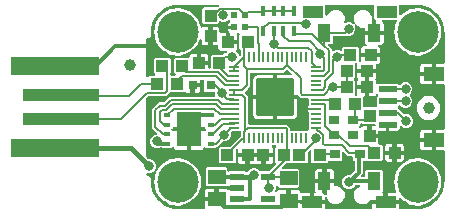
<source format=gbr>
G04 EAGLE Gerber RS-274X export*
G75*
%MOMM*%
%FSLAX34Y34*%
%LPD*%
%INTop Copper*%
%IPPOS*%
%AMOC8*
5,1,8,0,0,1.08239X$1,22.5*%
G01*
%ADD10C,1.000000*%
%ADD11R,1.500000X1.240000*%
%ADD12R,1.550000X0.500000*%
%ADD13R,1.800000X1.200000*%
%ADD14R,1.200000X0.550000*%
%ADD15R,0.500000X0.500000*%
%ADD16R,0.600000X0.400000*%
%ADD17R,2.000000X3.000000*%
%ADD18R,1.075000X1.000000*%
%ADD19R,0.200000X0.875000*%
%ADD20R,0.875000X0.200000*%
%ADD21C,0.320000*%
%ADD22R,0.800000X0.800000*%
%ADD23R,1.000000X1.075000*%
%ADD24R,0.900000X0.750000*%
%ADD25R,0.900000X0.800000*%
%ADD26R,7.500000X1.500000*%
%ADD27R,6.500000X1.000000*%
%ADD28C,3.516000*%
%ADD29R,0.450000X0.900000*%
%ADD30R,1.100000X1.500000*%
%ADD31R,1.750000X1.000000*%
%ADD32C,0.800100*%
%ADD33C,0.304800*%
%ADD34C,0.177800*%
%ADD35C,0.406400*%

G36*
X189488Y-86344D02*
X189488Y-86344D01*
X189590Y-86336D01*
X189618Y-86324D01*
X189649Y-86319D01*
X189741Y-86275D01*
X189837Y-86237D01*
X189860Y-86217D01*
X189888Y-86204D01*
X189963Y-86134D01*
X190043Y-86069D01*
X190060Y-86043D01*
X190082Y-86022D01*
X190133Y-85933D01*
X190190Y-85848D01*
X190196Y-85824D01*
X190214Y-85792D01*
X190272Y-85532D01*
X190269Y-85494D01*
X190274Y-85471D01*
X190274Y-82532D01*
X200676Y-82532D01*
X200777Y-82517D01*
X200880Y-82508D01*
X200908Y-82497D01*
X200939Y-82492D01*
X201031Y-82448D01*
X201126Y-82409D01*
X201150Y-82390D01*
X201178Y-82377D01*
X201253Y-82307D01*
X201333Y-82242D01*
X201350Y-82216D01*
X201372Y-82195D01*
X201423Y-82106D01*
X201480Y-82021D01*
X201485Y-81997D01*
X201504Y-81964D01*
X201562Y-81705D01*
X201559Y-81667D01*
X201564Y-81644D01*
X201564Y-80754D01*
X201566Y-80754D01*
X201566Y-81644D01*
X201581Y-81745D01*
X201590Y-81848D01*
X201601Y-81876D01*
X201606Y-81907D01*
X201650Y-81999D01*
X201689Y-82094D01*
X201708Y-82118D01*
X201721Y-82146D01*
X201791Y-82221D01*
X201856Y-82301D01*
X201882Y-82318D01*
X201903Y-82340D01*
X201992Y-82391D01*
X202077Y-82448D01*
X202101Y-82453D01*
X202134Y-82472D01*
X202393Y-82530D01*
X202431Y-82527D01*
X202454Y-82532D01*
X212856Y-82532D01*
X212856Y-85471D01*
X212871Y-85573D01*
X212879Y-85675D01*
X212891Y-85703D01*
X212896Y-85734D01*
X212940Y-85826D01*
X212978Y-85922D01*
X212998Y-85945D01*
X213011Y-85973D01*
X213081Y-86048D01*
X213146Y-86128D01*
X213172Y-86145D01*
X213193Y-86167D01*
X213282Y-86218D01*
X213367Y-86275D01*
X213391Y-86281D01*
X213423Y-86299D01*
X213683Y-86357D01*
X213721Y-86354D01*
X213744Y-86359D01*
X228600Y-86359D01*
X228643Y-86353D01*
X228670Y-86357D01*
X232107Y-86086D01*
X232261Y-86050D01*
X232311Y-86045D01*
X238849Y-83921D01*
X239087Y-83802D01*
X239092Y-83797D01*
X239097Y-83795D01*
X244658Y-79754D01*
X244847Y-79568D01*
X244851Y-79561D01*
X244854Y-79558D01*
X248895Y-73997D01*
X249017Y-73761D01*
X249019Y-73753D01*
X249021Y-73749D01*
X251145Y-67211D01*
X251171Y-67055D01*
X251186Y-67007D01*
X251457Y-63570D01*
X251453Y-63526D01*
X251459Y-63500D01*
X251459Y-37429D01*
X251444Y-37327D01*
X251436Y-37225D01*
X251424Y-37197D01*
X251419Y-37166D01*
X251375Y-37074D01*
X251337Y-36978D01*
X251317Y-36955D01*
X251304Y-36927D01*
X251234Y-36852D01*
X251169Y-36772D01*
X251143Y-36755D01*
X251122Y-36733D01*
X251033Y-36682D01*
X250948Y-36625D01*
X250924Y-36619D01*
X250892Y-36601D01*
X250632Y-36543D01*
X250594Y-36546D01*
X250571Y-36541D01*
X244237Y-36541D01*
X244237Y-28889D01*
X244222Y-28788D01*
X244213Y-28685D01*
X244202Y-28657D01*
X244197Y-28626D01*
X244153Y-28534D01*
X244114Y-28439D01*
X244095Y-28415D01*
X244082Y-28387D01*
X244012Y-28312D01*
X243947Y-28232D01*
X243921Y-28215D01*
X243900Y-28193D01*
X243811Y-28142D01*
X243726Y-28085D01*
X243702Y-28080D01*
X243669Y-28061D01*
X243410Y-28003D01*
X243372Y-28006D01*
X243349Y-28001D01*
X242459Y-28001D01*
X242459Y-27999D01*
X243349Y-27999D01*
X243450Y-27984D01*
X243553Y-27975D01*
X243581Y-27964D01*
X243612Y-27959D01*
X243704Y-27915D01*
X243799Y-27876D01*
X243823Y-27857D01*
X243851Y-27844D01*
X243926Y-27774D01*
X244006Y-27709D01*
X244023Y-27683D01*
X244045Y-27662D01*
X244096Y-27573D01*
X244153Y-27488D01*
X244158Y-27464D01*
X244177Y-27431D01*
X244235Y-27172D01*
X244232Y-27134D01*
X244237Y-27111D01*
X244237Y-19459D01*
X250571Y-19459D01*
X250673Y-19444D01*
X250775Y-19436D01*
X250803Y-19424D01*
X250834Y-19419D01*
X250926Y-19375D01*
X251022Y-19337D01*
X251045Y-19317D01*
X251073Y-19304D01*
X251148Y-19234D01*
X251228Y-19169D01*
X251245Y-19143D01*
X251267Y-19122D01*
X251318Y-19033D01*
X251375Y-18948D01*
X251381Y-18924D01*
X251399Y-18892D01*
X251457Y-18632D01*
X251454Y-18594D01*
X251459Y-18571D01*
X251459Y18571D01*
X251444Y18673D01*
X251436Y18775D01*
X251424Y18803D01*
X251419Y18834D01*
X251375Y18926D01*
X251337Y19022D01*
X251317Y19045D01*
X251304Y19073D01*
X251234Y19148D01*
X251169Y19228D01*
X251143Y19245D01*
X251122Y19267D01*
X251033Y19318D01*
X250948Y19375D01*
X250924Y19381D01*
X250892Y19399D01*
X250632Y19457D01*
X250594Y19454D01*
X250571Y19459D01*
X244237Y19459D01*
X244237Y27111D01*
X244222Y27212D01*
X244213Y27315D01*
X244202Y27343D01*
X244197Y27374D01*
X244153Y27466D01*
X244114Y27561D01*
X244095Y27585D01*
X244082Y27613D01*
X244012Y27688D01*
X243947Y27768D01*
X243921Y27785D01*
X243900Y27807D01*
X243811Y27858D01*
X243726Y27915D01*
X243702Y27920D01*
X243669Y27939D01*
X243410Y27997D01*
X243372Y27994D01*
X243349Y27999D01*
X242459Y27999D01*
X242459Y28001D01*
X243349Y28001D01*
X243450Y28016D01*
X243553Y28025D01*
X243581Y28036D01*
X243612Y28041D01*
X243704Y28085D01*
X243799Y28124D01*
X243823Y28143D01*
X243851Y28156D01*
X243926Y28226D01*
X244006Y28291D01*
X244023Y28317D01*
X244045Y28338D01*
X244096Y28427D01*
X244153Y28512D01*
X244158Y28536D01*
X244177Y28569D01*
X244235Y28828D01*
X244232Y28866D01*
X244237Y28889D01*
X244237Y36541D01*
X250571Y36541D01*
X250673Y36556D01*
X250775Y36564D01*
X250803Y36576D01*
X250834Y36581D01*
X250926Y36625D01*
X251022Y36663D01*
X251045Y36683D01*
X251073Y36696D01*
X251148Y36766D01*
X251228Y36831D01*
X251245Y36857D01*
X251267Y36878D01*
X251318Y36967D01*
X251375Y37052D01*
X251381Y37076D01*
X251399Y37108D01*
X251457Y37368D01*
X251454Y37406D01*
X251459Y37429D01*
X251459Y63500D01*
X251453Y63543D01*
X251457Y63570D01*
X251186Y67007D01*
X251150Y67161D01*
X251145Y67211D01*
X249021Y73749D01*
X248902Y73987D01*
X248897Y73992D01*
X248895Y73997D01*
X244854Y79558D01*
X244668Y79747D01*
X244661Y79751D01*
X244658Y79754D01*
X239097Y83795D01*
X238861Y83917D01*
X238853Y83919D01*
X238849Y83921D01*
X232312Y86045D01*
X232155Y86071D01*
X232107Y86086D01*
X228670Y86357D01*
X228626Y86353D01*
X228600Y86359D01*
X213982Y86359D01*
X213880Y86344D01*
X213778Y86336D01*
X213750Y86324D01*
X213719Y86319D01*
X213627Y86275D01*
X213531Y86237D01*
X213508Y86217D01*
X213480Y86204D01*
X213405Y86134D01*
X213325Y86069D01*
X213308Y86043D01*
X213286Y86022D01*
X213235Y85933D01*
X213178Y85848D01*
X213172Y85824D01*
X213154Y85792D01*
X213096Y85532D01*
X213099Y85494D01*
X213094Y85471D01*
X213094Y78408D01*
X213112Y78288D01*
X213127Y78169D01*
X213132Y78157D01*
X213134Y78145D01*
X213186Y78037D01*
X213236Y77926D01*
X213244Y77917D01*
X213249Y77906D01*
X213332Y77817D01*
X213412Y77727D01*
X213422Y77721D01*
X213431Y77712D01*
X213535Y77652D01*
X213639Y77589D01*
X213651Y77586D01*
X213661Y77580D01*
X213779Y77553D01*
X213897Y77524D01*
X213909Y77525D01*
X213921Y77522D01*
X214042Y77532D01*
X214162Y77538D01*
X214174Y77543D01*
X214186Y77544D01*
X214298Y77589D01*
X214411Y77630D01*
X214419Y77637D01*
X214433Y77643D01*
X214639Y77810D01*
X214673Y77862D01*
X214701Y77886D01*
X215123Y78468D01*
X217547Y79867D01*
X217571Y79887D01*
X217597Y79899D01*
X217614Y79915D01*
X217649Y79926D01*
X222376Y82655D01*
X230705Y83531D01*
X238670Y80942D01*
X240732Y79087D01*
X244894Y75339D01*
X248301Y67688D01*
X248301Y59312D01*
X244894Y51661D01*
X238670Y46057D01*
X230705Y43469D01*
X222376Y44345D01*
X217649Y47074D01*
X217586Y47099D01*
X217577Y47105D01*
X217547Y47133D01*
X215123Y48532D01*
X212329Y52378D01*
X212264Y52444D01*
X212239Y52484D01*
X212184Y52539D01*
X212138Y52615D01*
X212120Y52658D01*
X212101Y52682D01*
X212091Y52706D01*
X210200Y55308D01*
X209333Y59389D01*
X209294Y59494D01*
X209285Y59545D01*
X209241Y59649D01*
X209241Y59727D01*
X209221Y59858D01*
X209222Y59912D01*
X208459Y63500D01*
X209222Y67088D01*
X209228Y67199D01*
X209239Y67247D01*
X209238Y67259D01*
X209241Y67273D01*
X209241Y67351D01*
X209285Y67455D01*
X209312Y67564D01*
X209333Y67611D01*
X210200Y71692D01*
X210835Y72566D01*
X210888Y72668D01*
X210945Y72767D01*
X210949Y72785D01*
X210958Y72802D01*
X210978Y72915D01*
X211003Y73027D01*
X211001Y73045D01*
X211005Y73064D01*
X210991Y73178D01*
X210981Y73292D01*
X210974Y73309D01*
X210972Y73327D01*
X210925Y73432D01*
X210882Y73539D01*
X210871Y73553D01*
X210863Y73570D01*
X210787Y73655D01*
X210715Y73745D01*
X210699Y73755D01*
X210687Y73769D01*
X210590Y73828D01*
X210494Y73892D01*
X210479Y73896D01*
X210460Y73907D01*
X210202Y73972D01*
X210148Y73969D01*
X210117Y73976D01*
X199266Y73976D01*
X199232Y73971D01*
X199197Y73974D01*
X199101Y73951D01*
X199003Y73936D01*
X198972Y73921D01*
X198938Y73914D01*
X198853Y73864D01*
X198764Y73821D01*
X198739Y73797D01*
X198709Y73780D01*
X198642Y73707D01*
X198570Y73639D01*
X198552Y73609D01*
X198529Y73584D01*
X198487Y73494D01*
X198438Y73409D01*
X198430Y73375D01*
X198415Y73344D01*
X198401Y73246D01*
X198380Y73149D01*
X198383Y73115D01*
X198378Y73080D01*
X198393Y72983D01*
X198401Y72884D01*
X198414Y72852D01*
X198420Y72818D01*
X198464Y72729D01*
X198500Y72637D01*
X198522Y72611D01*
X198538Y72580D01*
X198576Y72544D01*
X198668Y72431D01*
X198783Y72354D01*
X198822Y72319D01*
X198875Y72288D01*
X199348Y71815D01*
X199683Y71236D01*
X199856Y70590D01*
X199856Y64532D01*
X193592Y64532D01*
X193592Y73094D01*
X193589Y73115D01*
X193591Y73136D01*
X193569Y73247D01*
X193552Y73357D01*
X193543Y73376D01*
X193539Y73397D01*
X193515Y73435D01*
X193437Y73597D01*
X193360Y73679D01*
X193332Y73723D01*
X192036Y75018D01*
X192036Y85471D01*
X192021Y85573D01*
X192013Y85675D01*
X192001Y85703D01*
X191996Y85734D01*
X191952Y85826D01*
X191914Y85922D01*
X191894Y85945D01*
X191881Y85973D01*
X191811Y86048D01*
X191746Y86128D01*
X191720Y86145D01*
X191699Y86167D01*
X191610Y86218D01*
X191525Y86275D01*
X191501Y86281D01*
X191469Y86299D01*
X191209Y86357D01*
X191171Y86354D01*
X191148Y86359D01*
X151482Y86359D01*
X151380Y86344D01*
X151278Y86336D01*
X151250Y86324D01*
X151219Y86319D01*
X151127Y86275D01*
X151031Y86237D01*
X151008Y86217D01*
X150980Y86204D01*
X150905Y86134D01*
X150825Y86069D01*
X150808Y86043D01*
X150786Y86022D01*
X150735Y85933D01*
X150678Y85848D01*
X150672Y85824D01*
X150654Y85792D01*
X150596Y85532D01*
X150599Y85494D01*
X150594Y85471D01*
X150594Y77870D01*
X150608Y77779D01*
X150613Y77687D01*
X150627Y77648D01*
X150634Y77608D01*
X150674Y77525D01*
X150706Y77438D01*
X150731Y77405D01*
X150749Y77368D01*
X150812Y77301D01*
X150869Y77228D01*
X150902Y77204D01*
X150931Y77174D01*
X151011Y77128D01*
X151086Y77075D01*
X151126Y77062D01*
X151161Y77042D01*
X151252Y77022D01*
X151339Y76994D01*
X151381Y76993D01*
X151421Y76984D01*
X151513Y76992D01*
X151605Y76991D01*
X151645Y77002D01*
X151686Y77006D01*
X151771Y77040D01*
X151860Y77067D01*
X151894Y77089D01*
X151933Y77105D01*
X152004Y77163D01*
X152081Y77214D01*
X152099Y77240D01*
X152139Y77272D01*
X152286Y77494D01*
X152291Y77514D01*
X152303Y77530D01*
X152922Y79027D01*
X155044Y81148D01*
X157815Y82296D01*
X160815Y82296D01*
X163586Y81148D01*
X165708Y79026D01*
X166856Y76255D01*
X166856Y73255D01*
X166508Y72416D01*
X166496Y72366D01*
X166474Y72319D01*
X166464Y72237D01*
X166444Y72158D01*
X166447Y72106D01*
X166441Y72055D01*
X166455Y71974D01*
X166460Y71892D01*
X166478Y71844D01*
X166487Y71793D01*
X166524Y71720D01*
X166553Y71643D01*
X166584Y71603D01*
X166608Y71557D01*
X166665Y71498D01*
X166715Y71433D01*
X166758Y71404D01*
X166794Y71367D01*
X166866Y71328D01*
X166933Y71280D01*
X166982Y71265D01*
X167028Y71240D01*
X167108Y71224D01*
X167186Y71199D01*
X167238Y71198D01*
X167288Y71188D01*
X167339Y71197D01*
X167452Y71196D01*
X167624Y71247D01*
X167669Y71255D01*
X169030Y71819D01*
X171330Y71819D01*
X173454Y70939D01*
X174188Y70205D01*
X174262Y70150D01*
X174331Y70089D01*
X174369Y70072D01*
X174402Y70047D01*
X174489Y70017D01*
X174573Y69979D01*
X174614Y69974D01*
X174653Y69960D01*
X174745Y69957D01*
X174837Y69945D01*
X174877Y69952D01*
X174919Y69951D01*
X175008Y69975D01*
X175099Y69991D01*
X175135Y70010D01*
X175175Y70021D01*
X175253Y70070D01*
X175335Y70113D01*
X175365Y70141D01*
X175399Y70163D01*
X175459Y70234D01*
X175525Y70298D01*
X175545Y70335D01*
X175571Y70366D01*
X175608Y70451D01*
X175652Y70532D01*
X175660Y70573D01*
X175676Y70610D01*
X175685Y70702D01*
X175703Y70793D01*
X175698Y70824D01*
X175703Y70875D01*
X175672Y71034D01*
X175669Y71065D01*
X175662Y71083D01*
X175651Y71136D01*
X175640Y71153D01*
X175637Y71173D01*
X174774Y73255D01*
X174774Y76255D01*
X175922Y79026D01*
X178044Y81148D01*
X180815Y82296D01*
X183815Y82296D01*
X186586Y81148D01*
X188708Y79026D01*
X189856Y76255D01*
X189856Y73684D01*
X189871Y73582D01*
X189879Y73480D01*
X189891Y73452D01*
X189896Y73421D01*
X189940Y73329D01*
X189978Y73233D01*
X189998Y73210D01*
X190011Y73182D01*
X190038Y73153D01*
X190038Y64532D01*
X183774Y64532D01*
X183774Y66326D01*
X183759Y66428D01*
X183751Y66530D01*
X183739Y66558D01*
X183734Y66589D01*
X183690Y66681D01*
X183652Y66777D01*
X183632Y66800D01*
X183619Y66828D01*
X183549Y66903D01*
X183484Y66983D01*
X183458Y67000D01*
X183437Y67022D01*
X183348Y67073D01*
X183263Y67130D01*
X183239Y67136D01*
X183207Y67154D01*
X182947Y67212D01*
X182909Y67209D01*
X182886Y67214D01*
X180815Y67214D01*
X178044Y68362D01*
X176814Y69592D01*
X176739Y69647D01*
X176670Y69708D01*
X176633Y69725D01*
X176600Y69750D01*
X176512Y69780D01*
X176429Y69818D01*
X176388Y69824D01*
X176349Y69837D01*
X176256Y69840D01*
X176165Y69852D01*
X176124Y69845D01*
X176083Y69846D01*
X175994Y69822D01*
X175903Y69806D01*
X175866Y69787D01*
X175827Y69776D01*
X175749Y69727D01*
X175667Y69685D01*
X175637Y69656D01*
X175602Y69634D01*
X175543Y69563D01*
X175477Y69499D01*
X175457Y69462D01*
X175430Y69431D01*
X175394Y69346D01*
X175350Y69265D01*
X175342Y69225D01*
X175326Y69187D01*
X175316Y69095D01*
X175298Y69004D01*
X175304Y68974D01*
X175298Y68922D01*
X175350Y68662D01*
X175362Y68644D01*
X175365Y68624D01*
X175959Y67190D01*
X175959Y64890D01*
X175079Y62766D01*
X173454Y61141D01*
X171330Y60261D01*
X169030Y60261D01*
X168973Y60285D01*
X168913Y60299D01*
X168856Y60324D01*
X168784Y60331D01*
X168715Y60348D01*
X168653Y60345D01*
X168591Y60351D01*
X168521Y60337D01*
X168449Y60333D01*
X168391Y60311D01*
X168331Y60299D01*
X168290Y60273D01*
X168200Y60240D01*
X168031Y60109D01*
X168005Y60092D01*
X168000Y60087D01*
X157982Y60087D01*
X157880Y60072D01*
X157778Y60064D01*
X157750Y60052D01*
X157719Y60047D01*
X157627Y60003D01*
X157531Y59965D01*
X157508Y59945D01*
X157480Y59932D01*
X157405Y59862D01*
X157325Y59797D01*
X157308Y59771D01*
X157286Y59750D01*
X157235Y59661D01*
X157178Y59576D01*
X157172Y59552D01*
X157154Y59520D01*
X157096Y59260D01*
X157099Y59222D01*
X157094Y59199D01*
X157094Y54518D01*
X156052Y53476D01*
X153791Y53476D01*
X153740Y53469D01*
X153688Y53470D01*
X153609Y53449D01*
X153528Y53436D01*
X153482Y53414D01*
X153432Y53400D01*
X153363Y53356D01*
X153289Y53321D01*
X153251Y53286D01*
X153207Y53258D01*
X153154Y53195D01*
X153094Y53139D01*
X153069Y53095D01*
X153035Y53055D01*
X153003Y52980D01*
X152963Y52909D01*
X152951Y52858D01*
X152931Y52811D01*
X152923Y52729D01*
X152905Y52649D01*
X152909Y52598D01*
X152904Y52546D01*
X152920Y52466D01*
X152926Y52384D01*
X152946Y52336D01*
X152956Y52286D01*
X152983Y52242D01*
X153025Y52137D01*
X153138Y51998D01*
X153163Y51960D01*
X154356Y50767D01*
X156179Y48944D01*
X156179Y48085D01*
X156180Y48075D01*
X156179Y48064D01*
X156200Y47944D01*
X156219Y47822D01*
X156223Y47813D01*
X156225Y47802D01*
X156281Y47694D01*
X156334Y47583D01*
X156341Y47575D01*
X156346Y47566D01*
X156432Y47478D01*
X156516Y47389D01*
X156525Y47383D01*
X156532Y47376D01*
X156640Y47317D01*
X156746Y47257D01*
X156757Y47254D01*
X156766Y47249D01*
X156886Y47226D01*
X157006Y47199D01*
X157016Y47200D01*
X157027Y47198D01*
X157057Y47203D01*
X157271Y47221D01*
X157359Y47256D01*
X157407Y47264D01*
X159505Y48134D01*
X161805Y48134D01*
X163458Y47449D01*
X163468Y47446D01*
X163477Y47441D01*
X163597Y47414D01*
X163716Y47385D01*
X163727Y47386D01*
X163737Y47383D01*
X163859Y47393D01*
X163982Y47400D01*
X163991Y47404D01*
X164002Y47405D01*
X164116Y47451D01*
X164230Y47494D01*
X164239Y47500D01*
X164249Y47504D01*
X164344Y47581D01*
X164441Y47656D01*
X164447Y47665D01*
X164455Y47672D01*
X164523Y47774D01*
X164593Y47874D01*
X164597Y47884D01*
X164602Y47893D01*
X164609Y47923D01*
X164675Y48127D01*
X164676Y48222D01*
X164686Y48269D01*
X164686Y49552D01*
X165728Y50594D01*
X177952Y50594D01*
X178994Y49552D01*
X178994Y38909D01*
X179009Y38807D01*
X179017Y38705D01*
X179029Y38677D01*
X179034Y38646D01*
X179078Y38554D01*
X179116Y38458D01*
X179136Y38435D01*
X179149Y38407D01*
X179219Y38332D01*
X179284Y38252D01*
X179310Y38235D01*
X179331Y38213D01*
X179420Y38162D01*
X179505Y38105D01*
X179529Y38099D01*
X179561Y38081D01*
X179821Y38023D01*
X179859Y38026D01*
X179882Y38021D01*
X180036Y38021D01*
X180138Y38036D01*
X180240Y38044D01*
X180268Y38056D01*
X180299Y38061D01*
X180391Y38105D01*
X180487Y38143D01*
X180510Y38163D01*
X180538Y38176D01*
X180613Y38246D01*
X180693Y38311D01*
X180710Y38337D01*
X180732Y38358D01*
X180783Y38447D01*
X180840Y38532D01*
X180846Y38556D01*
X180864Y38588D01*
X180922Y38848D01*
X180919Y38886D01*
X180924Y38909D01*
X180924Y42038D01*
X187951Y42038D01*
X188052Y42053D01*
X188155Y42062D01*
X188183Y42073D01*
X188214Y42078D01*
X188306Y42122D01*
X188401Y42161D01*
X188425Y42180D01*
X188453Y42193D01*
X188528Y42263D01*
X188608Y42328D01*
X188625Y42354D01*
X188647Y42375D01*
X188698Y42464D01*
X188755Y42549D01*
X188760Y42573D01*
X188779Y42605D01*
X188837Y42865D01*
X188834Y42903D01*
X188839Y42926D01*
X188839Y44704D01*
X188824Y44805D01*
X188815Y44908D01*
X188804Y44936D01*
X188799Y44967D01*
X188755Y45059D01*
X188716Y45154D01*
X188697Y45178D01*
X188684Y45206D01*
X188614Y45281D01*
X188549Y45361D01*
X188523Y45378D01*
X188502Y45400D01*
X188413Y45451D01*
X188328Y45508D01*
X188304Y45513D01*
X188271Y45532D01*
X188012Y45590D01*
X187974Y45587D01*
X187951Y45592D01*
X180924Y45592D01*
X180924Y49150D01*
X181097Y49796D01*
X181432Y50375D01*
X181905Y50848D01*
X182484Y51183D01*
X183130Y51356D01*
X184672Y51356D01*
X184706Y51361D01*
X184741Y51358D01*
X184837Y51381D01*
X184935Y51396D01*
X184966Y51411D01*
X185000Y51418D01*
X185085Y51468D01*
X185174Y51511D01*
X185200Y51535D01*
X185229Y51552D01*
X185296Y51625D01*
X185369Y51693D01*
X185386Y51723D01*
X185409Y51748D01*
X185452Y51838D01*
X185501Y51923D01*
X185508Y51957D01*
X185523Y51988D01*
X185537Y52086D01*
X185558Y52183D01*
X185556Y52217D01*
X185561Y52251D01*
X185545Y52349D01*
X185537Y52448D01*
X185524Y52480D01*
X185519Y52514D01*
X185475Y52603D01*
X185438Y52695D01*
X185416Y52721D01*
X185401Y52752D01*
X185362Y52788D01*
X185270Y52901D01*
X185155Y52977D01*
X185116Y53013D01*
X184755Y53222D01*
X184282Y53695D01*
X183947Y54274D01*
X183774Y54920D01*
X183774Y60978D01*
X190926Y60978D01*
X191027Y60993D01*
X191130Y61002D01*
X191158Y61013D01*
X191189Y61018D01*
X191281Y61062D01*
X191376Y61101D01*
X191400Y61120D01*
X191428Y61133D01*
X191503Y61203D01*
X191583Y61268D01*
X191600Y61294D01*
X191622Y61315D01*
X191673Y61404D01*
X191730Y61489D01*
X191735Y61513D01*
X191754Y61545D01*
X191812Y61805D01*
X191809Y61843D01*
X191814Y61866D01*
X191814Y62756D01*
X191816Y62756D01*
X191816Y61866D01*
X191831Y61765D01*
X191840Y61662D01*
X191851Y61634D01*
X191856Y61603D01*
X191900Y61511D01*
X191939Y61416D01*
X191958Y61392D01*
X191971Y61364D01*
X192041Y61289D01*
X192106Y61209D01*
X192132Y61192D01*
X192153Y61170D01*
X192242Y61119D01*
X192327Y61062D01*
X192351Y61056D01*
X192384Y61038D01*
X192643Y60980D01*
X192681Y60983D01*
X192704Y60978D01*
X199856Y60978D01*
X199856Y54920D01*
X199683Y54274D01*
X199348Y53695D01*
X198875Y53222D01*
X198296Y52887D01*
X197650Y52714D01*
X195858Y52714D01*
X195824Y52709D01*
X195789Y52712D01*
X195693Y52689D01*
X195595Y52674D01*
X195564Y52659D01*
X195530Y52652D01*
X195445Y52602D01*
X195356Y52559D01*
X195330Y52535D01*
X195301Y52518D01*
X195234Y52445D01*
X195161Y52377D01*
X195144Y52347D01*
X195121Y52322D01*
X195078Y52232D01*
X195029Y52147D01*
X195022Y52113D01*
X195007Y52082D01*
X194993Y51984D01*
X194972Y51887D01*
X194974Y51853D01*
X194969Y51819D01*
X194985Y51721D01*
X194993Y51622D01*
X195006Y51590D01*
X195011Y51556D01*
X195055Y51467D01*
X195092Y51375D01*
X195114Y51349D01*
X195129Y51318D01*
X195168Y51282D01*
X195260Y51169D01*
X195375Y51092D01*
X195414Y51057D01*
X195775Y50848D01*
X196248Y50375D01*
X196583Y49796D01*
X196756Y49150D01*
X196756Y45592D01*
X189729Y45592D01*
X189628Y45577D01*
X189525Y45568D01*
X189497Y45557D01*
X189466Y45552D01*
X189374Y45508D01*
X189279Y45469D01*
X189255Y45450D01*
X189227Y45437D01*
X189152Y45367D01*
X189072Y45302D01*
X189055Y45276D01*
X189033Y45255D01*
X188982Y45166D01*
X188925Y45081D01*
X188920Y45057D01*
X188901Y45024D01*
X188843Y44765D01*
X188846Y44727D01*
X188841Y44704D01*
X188841Y42926D01*
X188856Y42825D01*
X188865Y42722D01*
X188876Y42694D01*
X188881Y42663D01*
X188925Y42571D01*
X188964Y42476D01*
X188983Y42452D01*
X188996Y42424D01*
X189066Y42349D01*
X189131Y42269D01*
X189157Y42252D01*
X189178Y42230D01*
X189267Y42179D01*
X189352Y42122D01*
X189376Y42116D01*
X189409Y42098D01*
X189668Y42040D01*
X189706Y42043D01*
X189729Y42038D01*
X196756Y42038D01*
X196756Y38480D01*
X196583Y37834D01*
X196248Y37255D01*
X195775Y36782D01*
X195196Y36447D01*
X194550Y36274D01*
X194469Y36274D01*
X194367Y36259D01*
X194265Y36251D01*
X194237Y36239D01*
X194206Y36234D01*
X194114Y36190D01*
X194018Y36152D01*
X193995Y36132D01*
X193967Y36119D01*
X193892Y36049D01*
X193812Y35984D01*
X193795Y35958D01*
X193773Y35937D01*
X193722Y35848D01*
X193665Y35763D01*
X193659Y35739D01*
X193641Y35707D01*
X193583Y35447D01*
X193586Y35409D01*
X193581Y35386D01*
X193581Y32257D01*
X186554Y32257D01*
X186453Y32242D01*
X186350Y32233D01*
X186322Y32222D01*
X186291Y32217D01*
X186199Y32173D01*
X186104Y32134D01*
X186080Y32115D01*
X186052Y32102D01*
X185977Y32032D01*
X185897Y31967D01*
X185880Y31941D01*
X185858Y31920D01*
X185807Y31831D01*
X185750Y31746D01*
X185745Y31722D01*
X185726Y31689D01*
X185668Y31430D01*
X185671Y31392D01*
X185666Y31369D01*
X185666Y30479D01*
X185664Y30479D01*
X185664Y31369D01*
X185649Y31470D01*
X185640Y31573D01*
X185629Y31601D01*
X185624Y31632D01*
X185580Y31724D01*
X185541Y31819D01*
X185522Y31843D01*
X185509Y31871D01*
X185439Y31946D01*
X185374Y32026D01*
X185348Y32043D01*
X185327Y32065D01*
X185238Y32116D01*
X185153Y32173D01*
X185129Y32178D01*
X185096Y32197D01*
X184837Y32255D01*
X184799Y32252D01*
X184776Y32257D01*
X177749Y32257D01*
X177749Y35815D01*
X177777Y35918D01*
X177787Y36003D01*
X177805Y36087D01*
X177801Y36135D01*
X177807Y36182D01*
X177791Y36267D01*
X177784Y36352D01*
X177766Y36396D01*
X177757Y36443D01*
X177716Y36519D01*
X177685Y36599D01*
X177654Y36636D01*
X177632Y36678D01*
X177571Y36738D01*
X177517Y36805D01*
X177477Y36831D01*
X177443Y36865D01*
X177367Y36905D01*
X177296Y36952D01*
X177261Y36960D01*
X177207Y36988D01*
X176946Y37036D01*
X176930Y37034D01*
X176919Y37036D01*
X176707Y37036D01*
X176605Y37021D01*
X176503Y37013D01*
X176475Y37001D01*
X176444Y36996D01*
X176352Y36952D01*
X176256Y36914D01*
X176233Y36894D01*
X176205Y36881D01*
X176130Y36811D01*
X176050Y36746D01*
X176033Y36720D01*
X176011Y36699D01*
X175960Y36610D01*
X175903Y36525D01*
X175897Y36501D01*
X175879Y36469D01*
X175821Y36209D01*
X175824Y36171D01*
X175819Y36148D01*
X175819Y24743D01*
X175199Y24123D01*
X175138Y24040D01*
X175071Y23962D01*
X175059Y23934D01*
X175041Y23909D01*
X175007Y23812D01*
X174967Y23718D01*
X174964Y23687D01*
X174954Y23658D01*
X174950Y23555D01*
X174939Y23453D01*
X174945Y23423D01*
X174944Y23392D01*
X174971Y23293D01*
X174991Y23193D01*
X175004Y23172D01*
X175014Y23136D01*
X175157Y22912D01*
X175186Y22887D01*
X175199Y22867D01*
X175819Y22247D01*
X175819Y10764D01*
X175812Y10758D01*
X175772Y10687D01*
X175723Y10621D01*
X175706Y10572D01*
X175680Y10528D01*
X175662Y10448D01*
X175635Y10370D01*
X175634Y10318D01*
X175622Y10268D01*
X175629Y10186D01*
X175626Y10104D01*
X175640Y10055D01*
X175644Y10003D01*
X175675Y9927D01*
X175696Y9848D01*
X175724Y9804D01*
X175743Y9756D01*
X175795Y9693D01*
X175839Y9624D01*
X175878Y9590D01*
X175911Y9550D01*
X175979Y9505D01*
X176041Y9452D01*
X176089Y9431D01*
X176132Y9403D01*
X176182Y9391D01*
X176286Y9347D01*
X176464Y9329D01*
X176509Y9319D01*
X177089Y9319D01*
X177174Y9332D01*
X177260Y9335D01*
X177305Y9351D01*
X177352Y9359D01*
X177429Y9396D01*
X177510Y9425D01*
X177548Y9453D01*
X177591Y9474D01*
X177654Y9533D01*
X177723Y9584D01*
X177751Y9623D01*
X177786Y9656D01*
X177828Y9730D01*
X177878Y9799D01*
X177894Y9845D01*
X177918Y9886D01*
X177936Y9970D01*
X177964Y10051D01*
X177962Y10087D01*
X177975Y10146D01*
X177954Y10411D01*
X177948Y10426D01*
X177947Y10437D01*
X177749Y11175D01*
X177749Y14733D01*
X183888Y14733D01*
X183888Y8969D01*
X183547Y8969D01*
X183445Y8954D01*
X183343Y8946D01*
X183315Y8934D01*
X183284Y8929D01*
X183192Y8885D01*
X183096Y8847D01*
X183073Y8827D01*
X183045Y8814D01*
X182970Y8744D01*
X182890Y8679D01*
X182873Y8653D01*
X182851Y8632D01*
X182800Y8543D01*
X182743Y8458D01*
X182737Y8434D01*
X182719Y8402D01*
X182661Y8142D01*
X182664Y8104D01*
X182659Y8081D01*
X182659Y667D01*
X182674Y565D01*
X182682Y463D01*
X182694Y435D01*
X182699Y404D01*
X182743Y312D01*
X182781Y216D01*
X182801Y193D01*
X182814Y165D01*
X182884Y90D01*
X182949Y10D01*
X182975Y-7D01*
X182996Y-29D01*
X183085Y-80D01*
X183170Y-137D01*
X183194Y-143D01*
X183226Y-161D01*
X183486Y-219D01*
X183524Y-216D01*
X183547Y-221D01*
X193771Y-221D01*
X193822Y-214D01*
X193874Y-215D01*
X193953Y-194D01*
X194034Y-182D01*
X194081Y-159D01*
X194130Y-145D01*
X194200Y-101D01*
X194273Y-66D01*
X194311Y-30D01*
X194355Y-3D01*
X194408Y60D01*
X194468Y116D01*
X194493Y160D01*
X194527Y200D01*
X194559Y275D01*
X194600Y346D01*
X194611Y397D01*
X194631Y444D01*
X194640Y526D01*
X194658Y606D01*
X194653Y657D01*
X194659Y709D01*
X194643Y789D01*
X194636Y871D01*
X194617Y919D01*
X194607Y969D01*
X194579Y1013D01*
X194537Y1118D01*
X194424Y1257D01*
X194399Y1295D01*
X193931Y1763D01*
X193931Y8237D01*
X195066Y9372D01*
X195127Y9455D01*
X195194Y9533D01*
X195206Y9561D01*
X195224Y9586D01*
X195258Y9683D01*
X195298Y9777D01*
X195301Y9808D01*
X195311Y9837D01*
X195315Y9940D01*
X195326Y10042D01*
X195320Y10072D01*
X195321Y10103D01*
X195294Y10201D01*
X195274Y10302D01*
X195261Y10322D01*
X195251Y10359D01*
X195108Y10583D01*
X195079Y10608D01*
X195066Y10628D01*
X194867Y10828D01*
X194811Y10868D01*
X194762Y10917D01*
X194705Y10947D01*
X194653Y10985D01*
X194588Y11008D01*
X194527Y11040D01*
X194463Y11051D01*
X194402Y11073D01*
X194333Y11075D01*
X194265Y11087D01*
X194201Y11080D01*
X194136Y11082D01*
X194070Y11064D01*
X194001Y11055D01*
X193942Y11029D01*
X193880Y11012D01*
X193822Y10975D01*
X193759Y10947D01*
X193710Y10904D01*
X193655Y10869D01*
X193611Y10817D01*
X193559Y10771D01*
X193538Y10731D01*
X193483Y10667D01*
X193469Y10634D01*
X193466Y10631D01*
X193073Y9950D01*
X192600Y9477D01*
X192021Y9142D01*
X191375Y8969D01*
X187442Y8969D01*
X187442Y15621D01*
X187427Y15722D01*
X187418Y15825D01*
X187407Y15853D01*
X187402Y15884D01*
X187358Y15976D01*
X187319Y16071D01*
X187300Y16095D01*
X187287Y16123D01*
X187217Y16198D01*
X187152Y16278D01*
X187126Y16295D01*
X187105Y16317D01*
X187016Y16368D01*
X186931Y16425D01*
X186907Y16430D01*
X186874Y16449D01*
X186615Y16507D01*
X186577Y16504D01*
X186554Y16509D01*
X185664Y16509D01*
X185664Y16511D01*
X186554Y16511D01*
X186655Y16526D01*
X186758Y16535D01*
X186786Y16546D01*
X186817Y16551D01*
X186909Y16595D01*
X187004Y16634D01*
X187028Y16653D01*
X187056Y16666D01*
X187131Y16736D01*
X187211Y16801D01*
X187228Y16827D01*
X187250Y16848D01*
X187301Y16937D01*
X187358Y17022D01*
X187363Y17046D01*
X187382Y17079D01*
X187440Y17338D01*
X187437Y17376D01*
X187442Y17399D01*
X187442Y28703D01*
X193581Y28703D01*
X193581Y25145D01*
X193408Y24499D01*
X193084Y23939D01*
X193083Y23936D01*
X193080Y23933D01*
X193034Y23811D01*
X192987Y23692D01*
X192987Y23688D01*
X192986Y23684D01*
X192977Y23554D01*
X192968Y23427D01*
X192969Y23423D01*
X192968Y23419D01*
X192973Y23406D01*
X193028Y23168D01*
X193071Y23094D01*
X193084Y23051D01*
X193408Y22491D01*
X193581Y21845D01*
X193581Y20031D01*
X193588Y19980D01*
X193587Y19928D01*
X193608Y19849D01*
X193621Y19768D01*
X193643Y19721D01*
X193657Y19671D01*
X193701Y19602D01*
X193736Y19529D01*
X193772Y19491D01*
X193799Y19447D01*
X193862Y19394D01*
X193918Y19334D01*
X193963Y19309D01*
X194002Y19275D01*
X194077Y19243D01*
X194148Y19202D01*
X194199Y19191D01*
X194246Y19171D01*
X194328Y19162D01*
X194408Y19144D01*
X194459Y19149D01*
X194511Y19143D01*
X194591Y19159D01*
X194673Y19166D01*
X194721Y19185D01*
X194771Y19195D01*
X194815Y19223D01*
X194920Y19265D01*
X194936Y19279D01*
X211947Y19279D01*
X212498Y18727D01*
X212581Y18667D01*
X212659Y18600D01*
X212687Y18588D01*
X212712Y18570D01*
X212809Y18536D01*
X212903Y18496D01*
X212934Y18492D01*
X212963Y18482D01*
X213066Y18479D01*
X213168Y18468D01*
X213198Y18474D01*
X213229Y18473D01*
X213328Y18500D01*
X213429Y18520D01*
X213449Y18533D01*
X213485Y18543D01*
X213710Y18686D01*
X213734Y18715D01*
X213754Y18727D01*
X215166Y20139D01*
X217290Y21019D01*
X219590Y21019D01*
X221714Y20139D01*
X223339Y18514D01*
X224219Y16390D01*
X224219Y14090D01*
X223339Y11966D01*
X222161Y10788D01*
X222100Y10705D01*
X222034Y10627D01*
X222022Y10599D01*
X222003Y10574D01*
X221970Y10477D01*
X221929Y10383D01*
X221926Y10352D01*
X221916Y10323D01*
X221913Y10220D01*
X221902Y10118D01*
X221908Y10088D01*
X221907Y10057D01*
X221934Y9958D01*
X221954Y9858D01*
X221967Y9837D01*
X221977Y9801D01*
X222119Y9577D01*
X222148Y9552D01*
X222161Y9532D01*
X223339Y8354D01*
X224219Y6230D01*
X224219Y3930D01*
X223339Y1806D01*
X221714Y181D01*
X219590Y-699D01*
X217290Y-699D01*
X215166Y181D01*
X213914Y1433D01*
X213832Y1493D01*
X213753Y1560D01*
X213725Y1572D01*
X213700Y1590D01*
X213603Y1624D01*
X213509Y1664D01*
X213478Y1668D01*
X213449Y1678D01*
X213347Y1681D01*
X213245Y1692D01*
X213214Y1686D01*
X213184Y1687D01*
X213084Y1660D01*
X212984Y1640D01*
X212964Y1627D01*
X212927Y1617D01*
X212703Y1474D01*
X212678Y1445D01*
X212658Y1433D01*
X211854Y628D01*
X211793Y545D01*
X211726Y467D01*
X211714Y439D01*
X211696Y414D01*
X211662Y317D01*
X211622Y223D01*
X211619Y192D01*
X211609Y163D01*
X211605Y60D01*
X211594Y-42D01*
X211600Y-72D01*
X211599Y-103D01*
X211626Y-202D01*
X211646Y-302D01*
X211659Y-323D01*
X211669Y-359D01*
X211812Y-583D01*
X211841Y-608D01*
X211854Y-628D01*
X212989Y-1763D01*
X212989Y-1838D01*
X212992Y-1859D01*
X212990Y-1880D01*
X213012Y-1990D01*
X213029Y-2101D01*
X213038Y-2120D01*
X213042Y-2140D01*
X213066Y-2179D01*
X213144Y-2340D01*
X213221Y-2423D01*
X213249Y-2466D01*
X216900Y-6117D01*
X216950Y-6154D01*
X216993Y-6198D01*
X217056Y-6232D01*
X217114Y-6275D01*
X217172Y-6295D01*
X217227Y-6325D01*
X217297Y-6339D01*
X217365Y-6362D01*
X217427Y-6364D01*
X217488Y-6376D01*
X217535Y-6368D01*
X217631Y-6371D01*
X217837Y-6315D01*
X217868Y-6310D01*
X217925Y-6286D01*
X220225Y-6286D01*
X222349Y-7166D01*
X223974Y-8791D01*
X224854Y-10915D01*
X224854Y-13215D01*
X223974Y-15339D01*
X222349Y-16964D01*
X220225Y-17844D01*
X217925Y-17844D01*
X215801Y-16964D01*
X215267Y-16430D01*
X215258Y-16424D01*
X215254Y-16419D01*
X215227Y-16400D01*
X215226Y-16400D01*
X215190Y-16362D01*
X215119Y-16321D01*
X215053Y-16272D01*
X215004Y-16255D01*
X214960Y-16230D01*
X214880Y-16212D01*
X214802Y-16185D01*
X214750Y-16183D01*
X214700Y-16172D01*
X214618Y-16179D01*
X214536Y-16176D01*
X214487Y-16189D01*
X214435Y-16194D01*
X214359Y-16224D01*
X214280Y-16246D01*
X214236Y-16273D01*
X214188Y-16293D01*
X214125Y-16344D01*
X214056Y-16388D01*
X214022Y-16428D01*
X213982Y-16460D01*
X213937Y-16529D01*
X213884Y-16591D01*
X213863Y-16638D01*
X213835Y-16681D01*
X213823Y-16732D01*
X213822Y-16736D01*
X213811Y-16755D01*
X213808Y-16769D01*
X213779Y-16835D01*
X213767Y-16950D01*
X213753Y-17015D01*
X213755Y-17040D01*
X213751Y-17058D01*
X213751Y-17835D01*
X213578Y-18481D01*
X213243Y-19060D01*
X212770Y-19533D01*
X212191Y-19868D01*
X211545Y-20041D01*
X204709Y-20041D01*
X204709Y-15361D01*
X204694Y-15260D01*
X204686Y-15157D01*
X204674Y-15129D01*
X204669Y-15098D01*
X204625Y-15006D01*
X204587Y-14911D01*
X204567Y-14887D01*
X204554Y-14859D01*
X204484Y-14784D01*
X204419Y-14704D01*
X204393Y-14687D01*
X204372Y-14665D01*
X204283Y-14614D01*
X204198Y-14557D01*
X204174Y-14552D01*
X204142Y-14533D01*
X203882Y-14475D01*
X203844Y-14478D01*
X203821Y-14473D01*
X203099Y-14473D01*
X202997Y-14488D01*
X202895Y-14497D01*
X202867Y-14508D01*
X202836Y-14513D01*
X202744Y-14557D01*
X202648Y-14596D01*
X202625Y-14615D01*
X202597Y-14628D01*
X202522Y-14699D01*
X202442Y-14763D01*
X202425Y-14789D01*
X202403Y-14810D01*
X202352Y-14899D01*
X202295Y-14984D01*
X202289Y-15008D01*
X202271Y-15041D01*
X202213Y-15300D01*
X202216Y-15338D01*
X202211Y-15361D01*
X202211Y-20041D01*
X196389Y-20041D01*
X196287Y-20056D01*
X196185Y-20064D01*
X196157Y-20076D01*
X196126Y-20081D01*
X196034Y-20125D01*
X195938Y-20163D01*
X195915Y-20183D01*
X195887Y-20196D01*
X195812Y-20266D01*
X195732Y-20331D01*
X195715Y-20357D01*
X195693Y-20378D01*
X195642Y-20466D01*
X195585Y-20552D01*
X195579Y-20576D01*
X195561Y-20608D01*
X195503Y-20868D01*
X195506Y-20906D01*
X195501Y-20929D01*
X195501Y-22598D01*
X189737Y-22598D01*
X189737Y-16459D01*
X192281Y-16459D01*
X192383Y-16444D01*
X192485Y-16436D01*
X192513Y-16424D01*
X192544Y-16419D01*
X192636Y-16375D01*
X192732Y-16337D01*
X192755Y-16317D01*
X192783Y-16304D01*
X192858Y-16234D01*
X192938Y-16169D01*
X192955Y-16143D01*
X192977Y-16122D01*
X193028Y-16033D01*
X193085Y-15948D01*
X193091Y-15924D01*
X193109Y-15892D01*
X193167Y-15632D01*
X193164Y-15594D01*
X193169Y-15571D01*
X193169Y-15417D01*
X193154Y-15315D01*
X193146Y-15213D01*
X193134Y-15185D01*
X193129Y-15154D01*
X193085Y-15062D01*
X193047Y-14966D01*
X193027Y-14943D01*
X193014Y-14915D01*
X192944Y-14840D01*
X192879Y-14760D01*
X192853Y-14743D01*
X192832Y-14721D01*
X192743Y-14670D01*
X192658Y-14613D01*
X192634Y-14607D01*
X192602Y-14589D01*
X192342Y-14531D01*
X192304Y-14534D01*
X192281Y-14529D01*
X182223Y-14529D01*
X181780Y-14086D01*
X181739Y-14055D01*
X181703Y-14017D01*
X181632Y-13976D01*
X181566Y-13928D01*
X181517Y-13911D01*
X181473Y-13885D01*
X181393Y-13867D01*
X181315Y-13840D01*
X181263Y-13839D01*
X181213Y-13827D01*
X181131Y-13834D01*
X181049Y-13831D01*
X181000Y-13845D01*
X180948Y-13849D01*
X180872Y-13880D01*
X180793Y-13901D01*
X180749Y-13929D01*
X180701Y-13948D01*
X180638Y-14000D01*
X180569Y-14044D01*
X180535Y-14083D01*
X180495Y-14116D01*
X180450Y-14184D01*
X180397Y-14246D01*
X180376Y-14294D01*
X180348Y-14337D01*
X180336Y-14387D01*
X180292Y-14491D01*
X180274Y-14669D01*
X180264Y-14714D01*
X180264Y-15382D01*
X179129Y-16517D01*
X179068Y-16600D01*
X179001Y-16678D01*
X178989Y-16706D01*
X178971Y-16731D01*
X178937Y-16828D01*
X178897Y-16922D01*
X178894Y-16953D01*
X178884Y-16982D01*
X178880Y-17084D01*
X178869Y-17187D01*
X178875Y-17217D01*
X178874Y-17248D01*
X178901Y-17347D01*
X178921Y-17447D01*
X178934Y-17468D01*
X178944Y-17504D01*
X179087Y-17728D01*
X179116Y-17753D01*
X179129Y-17773D01*
X179328Y-17973D01*
X179397Y-18024D01*
X179460Y-18082D01*
X179504Y-18102D01*
X179542Y-18130D01*
X179623Y-18159D01*
X179701Y-18195D01*
X179748Y-18202D01*
X179793Y-18218D01*
X179879Y-18221D01*
X179964Y-18233D01*
X180011Y-18225D01*
X180059Y-18227D01*
X180142Y-18204D01*
X180226Y-18191D01*
X180269Y-18170D01*
X180315Y-18157D01*
X180388Y-18111D01*
X180465Y-18073D01*
X180489Y-18047D01*
X180540Y-18014D01*
X180712Y-17812D01*
X180718Y-17797D01*
X180726Y-17789D01*
X180927Y-17440D01*
X181400Y-16967D01*
X181979Y-16632D01*
X182625Y-16459D01*
X186183Y-16459D01*
X186183Y-23486D01*
X186198Y-23587D01*
X186207Y-23690D01*
X186218Y-23718D01*
X186223Y-23749D01*
X186267Y-23841D01*
X186306Y-23936D01*
X186325Y-23960D01*
X186338Y-23988D01*
X186408Y-24063D01*
X186473Y-24143D01*
X186499Y-24160D01*
X186520Y-24182D01*
X186609Y-24233D01*
X186694Y-24290D01*
X186718Y-24295D01*
X186750Y-24314D01*
X187010Y-24372D01*
X187048Y-24369D01*
X187071Y-24374D01*
X187961Y-24374D01*
X187961Y-25264D01*
X187976Y-25365D01*
X187985Y-25468D01*
X187996Y-25496D01*
X188001Y-25527D01*
X188045Y-25619D01*
X188084Y-25714D01*
X188103Y-25738D01*
X188116Y-25766D01*
X188186Y-25841D01*
X188251Y-25921D01*
X188277Y-25938D01*
X188298Y-25960D01*
X188387Y-26011D01*
X188472Y-26068D01*
X188496Y-26073D01*
X188529Y-26092D01*
X188788Y-26150D01*
X188826Y-26147D01*
X188849Y-26152D01*
X195501Y-26152D01*
X195501Y-30085D01*
X195299Y-30838D01*
X195289Y-30923D01*
X195271Y-31007D01*
X195275Y-31055D01*
X195269Y-31102D01*
X195285Y-31187D01*
X195292Y-31272D01*
X195310Y-31316D01*
X195319Y-31363D01*
X195359Y-31439D01*
X195391Y-31519D01*
X195421Y-31556D01*
X195444Y-31598D01*
X195505Y-31658D01*
X195559Y-31725D01*
X195599Y-31751D01*
X195633Y-31785D01*
X195709Y-31825D01*
X195780Y-31872D01*
X195815Y-31880D01*
X195868Y-31908D01*
X196130Y-31956D01*
X196146Y-31954D01*
X196157Y-31956D01*
X198272Y-31956D01*
X199314Y-32998D01*
X199314Y-44472D01*
X198272Y-45514D01*
X185883Y-45514D01*
X185869Y-45508D01*
X185838Y-45505D01*
X185809Y-45495D01*
X185707Y-45491D01*
X185604Y-45480D01*
X185574Y-45486D01*
X185544Y-45485D01*
X185445Y-45512D01*
X185344Y-45532D01*
X185324Y-45545D01*
X185287Y-45555D01*
X185149Y-45643D01*
X185124Y-45655D01*
X185122Y-45657D01*
X182927Y-45657D01*
X182825Y-45672D01*
X182723Y-45680D01*
X182695Y-45692D01*
X182664Y-45697D01*
X182572Y-45741D01*
X182476Y-45779D01*
X182453Y-45799D01*
X182425Y-45812D01*
X182350Y-45882D01*
X182270Y-45947D01*
X182253Y-45973D01*
X182231Y-45994D01*
X182180Y-46083D01*
X182123Y-46168D01*
X182117Y-46192D01*
X182099Y-46224D01*
X182041Y-46484D01*
X182044Y-46522D01*
X182039Y-46545D01*
X182039Y-56947D01*
X181050Y-57936D01*
X181019Y-57977D01*
X180981Y-58013D01*
X180941Y-58084D01*
X180892Y-58150D01*
X180875Y-58199D01*
X180850Y-58243D01*
X180832Y-58323D01*
X180805Y-58401D01*
X180803Y-58453D01*
X180792Y-58503D01*
X180798Y-58585D01*
X180796Y-58667D01*
X180809Y-58716D01*
X180813Y-58768D01*
X180844Y-58844D01*
X180865Y-58923D01*
X180893Y-58967D01*
X180912Y-59015D01*
X180964Y-59078D01*
X181008Y-59147D01*
X181047Y-59181D01*
X181080Y-59221D01*
X181148Y-59266D01*
X181211Y-59319D01*
X181258Y-59340D01*
X181301Y-59368D01*
X181351Y-59380D01*
X181455Y-59424D01*
X181633Y-59442D01*
X181678Y-59452D01*
X183648Y-59452D01*
X183750Y-59437D01*
X183852Y-59429D01*
X183880Y-59417D01*
X183911Y-59412D01*
X184003Y-59368D01*
X184099Y-59330D01*
X184122Y-59310D01*
X184150Y-59297D01*
X184225Y-59227D01*
X184305Y-59162D01*
X184322Y-59136D01*
X184344Y-59115D01*
X184395Y-59026D01*
X184452Y-58941D01*
X184458Y-58917D01*
X184476Y-58885D01*
X184534Y-58625D01*
X184531Y-58587D01*
X184536Y-58564D01*
X184536Y-54518D01*
X185578Y-53476D01*
X198052Y-53476D01*
X199094Y-54518D01*
X199094Y-70992D01*
X198388Y-71698D01*
X198357Y-71739D01*
X198319Y-71775D01*
X198278Y-71846D01*
X198230Y-71912D01*
X198213Y-71961D01*
X198187Y-72005D01*
X198169Y-72085D01*
X198142Y-72163D01*
X198141Y-72215D01*
X198129Y-72265D01*
X198136Y-72347D01*
X198133Y-72429D01*
X198147Y-72478D01*
X198151Y-72530D01*
X198182Y-72606D01*
X198203Y-72685D01*
X198231Y-72729D01*
X198250Y-72777D01*
X198302Y-72840D01*
X198346Y-72909D01*
X198385Y-72943D01*
X198418Y-72983D01*
X198486Y-73028D01*
X198548Y-73081D01*
X198596Y-73102D01*
X198639Y-73130D01*
X198689Y-73142D01*
X198793Y-73186D01*
X198971Y-73204D01*
X199016Y-73214D01*
X199788Y-73214D01*
X199788Y-78978D01*
X190005Y-78978D01*
X189993Y-78968D01*
X189937Y-78908D01*
X189893Y-78882D01*
X189853Y-78849D01*
X189778Y-78817D01*
X189707Y-78776D01*
X189656Y-78765D01*
X189609Y-78744D01*
X189527Y-78736D01*
X189447Y-78718D01*
X189396Y-78722D01*
X189344Y-78717D01*
X189264Y-78733D01*
X189182Y-78740D01*
X189134Y-78759D01*
X189084Y-78769D01*
X189040Y-78797D01*
X188935Y-78839D01*
X188796Y-78952D01*
X188758Y-78976D01*
X186586Y-81148D01*
X183815Y-82296D01*
X180815Y-82296D01*
X178044Y-81148D01*
X175922Y-79026D01*
X174774Y-76255D01*
X174774Y-73255D01*
X175922Y-70484D01*
X178044Y-68362D01*
X179482Y-67767D01*
X179560Y-67719D01*
X179644Y-67679D01*
X179674Y-67651D01*
X179709Y-67629D01*
X179770Y-67560D01*
X179838Y-67497D01*
X179859Y-67461D01*
X179886Y-67431D01*
X179924Y-67347D01*
X179970Y-67267D01*
X179979Y-67226D01*
X179996Y-67189D01*
X180008Y-67097D01*
X180028Y-67007D01*
X180024Y-66966D01*
X180030Y-66925D01*
X180014Y-66834D01*
X180006Y-66742D01*
X179991Y-66704D01*
X179984Y-66663D01*
X179942Y-66581D01*
X179907Y-66495D01*
X179881Y-66463D01*
X179862Y-66427D01*
X179798Y-66361D01*
X179740Y-66289D01*
X179705Y-66266D01*
X179676Y-66237D01*
X179595Y-66193D01*
X179518Y-66142D01*
X179488Y-66135D01*
X179443Y-66110D01*
X179182Y-66059D01*
X179162Y-66062D01*
X179142Y-66058D01*
X176604Y-66058D01*
X176543Y-66067D01*
X176481Y-66066D01*
X176412Y-66087D01*
X176342Y-66098D01*
X176286Y-66124D01*
X176226Y-66142D01*
X176167Y-66182D01*
X176102Y-66213D01*
X176057Y-66256D01*
X176005Y-66290D01*
X175978Y-66329D01*
X175908Y-66395D01*
X175802Y-66580D01*
X175784Y-66606D01*
X175714Y-66774D01*
X174089Y-68399D01*
X171965Y-69279D01*
X169665Y-69279D01*
X167541Y-68399D01*
X165916Y-66774D01*
X165036Y-64650D01*
X165036Y-62350D01*
X165916Y-60226D01*
X167541Y-58601D01*
X169665Y-57721D01*
X171556Y-57721D01*
X171576Y-57718D01*
X171597Y-57720D01*
X171708Y-57698D01*
X171818Y-57681D01*
X171837Y-57672D01*
X171858Y-57668D01*
X171896Y-57643D01*
X172058Y-57565D01*
X172140Y-57488D01*
X172184Y-57461D01*
X175173Y-54471D01*
X175186Y-54454D01*
X175202Y-54441D01*
X175264Y-54347D01*
X175331Y-54257D01*
X175338Y-54237D01*
X175349Y-54220D01*
X175359Y-54175D01*
X175418Y-54006D01*
X175422Y-53893D01*
X175433Y-53843D01*
X175433Y-46545D01*
X175418Y-46443D01*
X175410Y-46341D01*
X175398Y-46313D01*
X175393Y-46282D01*
X175349Y-46190D01*
X175311Y-46094D01*
X175291Y-46071D01*
X175278Y-46043D01*
X175208Y-45968D01*
X175143Y-45888D01*
X175117Y-45871D01*
X175096Y-45849D01*
X175007Y-45798D01*
X174922Y-45741D01*
X174898Y-45735D01*
X174866Y-45717D01*
X174636Y-45665D01*
X173585Y-44615D01*
X173585Y-42672D01*
X173570Y-42570D01*
X173562Y-42468D01*
X173550Y-42440D01*
X173545Y-42409D01*
X173501Y-42317D01*
X173463Y-42221D01*
X173443Y-42198D01*
X173430Y-42170D01*
X173360Y-42095D01*
X173295Y-42015D01*
X173269Y-41998D01*
X173248Y-41976D01*
X173159Y-41925D01*
X173074Y-41868D01*
X173050Y-41862D01*
X173018Y-41844D01*
X172758Y-41786D01*
X172720Y-41789D01*
X172697Y-41784D01*
X169897Y-41784D01*
X168074Y-39961D01*
X166259Y-38146D01*
X166218Y-38115D01*
X166182Y-38077D01*
X166111Y-38037D01*
X166045Y-37988D01*
X165996Y-37971D01*
X165952Y-37946D01*
X165872Y-37928D01*
X165794Y-37901D01*
X165742Y-37899D01*
X165692Y-37888D01*
X165610Y-37894D01*
X165528Y-37892D01*
X165479Y-37905D01*
X165427Y-37909D01*
X165351Y-37940D01*
X165272Y-37961D01*
X165228Y-37989D01*
X165180Y-38008D01*
X165117Y-38060D01*
X165048Y-38104D01*
X165014Y-38143D01*
X164974Y-38176D01*
X164929Y-38244D01*
X164876Y-38307D01*
X164855Y-38354D01*
X164827Y-38397D01*
X164815Y-38447D01*
X164771Y-38551D01*
X164753Y-38729D01*
X164743Y-38774D01*
X164743Y-44615D01*
X163701Y-45657D01*
X153702Y-45657D01*
X153600Y-45672D01*
X153498Y-45680D01*
X153470Y-45692D01*
X153439Y-45697D01*
X153347Y-45741D01*
X153251Y-45779D01*
X153228Y-45799D01*
X153200Y-45812D01*
X153125Y-45882D01*
X153045Y-45947D01*
X153028Y-45973D01*
X153006Y-45994D01*
X152955Y-46083D01*
X152898Y-46168D01*
X152892Y-46192D01*
X152874Y-46224D01*
X152847Y-46343D01*
X151772Y-47419D01*
X139548Y-47419D01*
X138506Y-46377D01*
X138506Y-37591D01*
X138499Y-37540D01*
X138500Y-37488D01*
X138479Y-37409D01*
X138466Y-37328D01*
X138444Y-37282D01*
X138430Y-37232D01*
X138386Y-37163D01*
X138351Y-37089D01*
X138316Y-37051D01*
X138288Y-37007D01*
X138225Y-36954D01*
X138169Y-36894D01*
X138125Y-36869D01*
X138085Y-36835D01*
X138010Y-36803D01*
X137939Y-36763D01*
X137888Y-36751D01*
X137841Y-36731D01*
X137759Y-36723D01*
X137679Y-36705D01*
X137628Y-36709D01*
X137576Y-36704D01*
X137496Y-36720D01*
X137414Y-36726D01*
X137366Y-36746D01*
X137316Y-36756D01*
X137272Y-36783D01*
X137167Y-36825D01*
X137028Y-36938D01*
X136990Y-36963D01*
X136074Y-37879D01*
X136061Y-37896D01*
X136045Y-37909D01*
X135983Y-38003D01*
X135916Y-38093D01*
X135909Y-38113D01*
X135898Y-38130D01*
X135888Y-38175D01*
X135829Y-38344D01*
X135825Y-38457D01*
X135814Y-38507D01*
X135814Y-46377D01*
X134772Y-47419D01*
X122548Y-47419D01*
X122465Y-47358D01*
X122387Y-47291D01*
X122359Y-47279D01*
X122334Y-47261D01*
X122237Y-47227D01*
X122143Y-47187D01*
X122112Y-47184D01*
X122083Y-47174D01*
X121980Y-47170D01*
X121878Y-47159D01*
X121848Y-47165D01*
X121817Y-47164D01*
X121718Y-47191D01*
X121618Y-47211D01*
X121598Y-47224D01*
X121561Y-47234D01*
X121337Y-47377D01*
X121312Y-47406D01*
X121292Y-47419D01*
X117703Y-47419D01*
X117682Y-47422D01*
X117661Y-47420D01*
X117551Y-47442D01*
X117440Y-47459D01*
X117421Y-47468D01*
X117401Y-47472D01*
X117362Y-47496D01*
X117201Y-47574D01*
X117118Y-47651D01*
X117075Y-47679D01*
X113899Y-50855D01*
X113868Y-50896D01*
X113830Y-50932D01*
X113790Y-51003D01*
X113741Y-51069D01*
X113724Y-51118D01*
X113699Y-51162D01*
X113681Y-51242D01*
X113654Y-51320D01*
X113652Y-51372D01*
X113641Y-51422D01*
X113647Y-51504D01*
X113645Y-51586D01*
X113658Y-51635D01*
X113662Y-51687D01*
X113693Y-51763D01*
X113714Y-51842D01*
X113742Y-51886D01*
X113761Y-51934D01*
X113813Y-51997D01*
X113857Y-52066D01*
X113896Y-52100D01*
X113929Y-52140D01*
X113997Y-52185D01*
X114060Y-52238D01*
X114107Y-52259D01*
X114150Y-52287D01*
X114200Y-52299D01*
X114304Y-52343D01*
X114482Y-52361D01*
X114527Y-52371D01*
X127617Y-52371D01*
X128659Y-53413D01*
X128659Y-67287D01*
X127617Y-68329D01*
X111143Y-68329D01*
X110166Y-67351D01*
X110124Y-67320D01*
X110089Y-67283D01*
X110018Y-67242D01*
X109952Y-67193D01*
X109903Y-67176D01*
X109858Y-67151D01*
X109778Y-67133D01*
X109701Y-67106D01*
X109649Y-67104D01*
X109599Y-67093D01*
X109517Y-67100D01*
X109435Y-67097D01*
X109385Y-67110D01*
X109334Y-67115D01*
X109258Y-67145D01*
X109178Y-67167D01*
X109135Y-67194D01*
X109087Y-67214D01*
X109023Y-67265D01*
X108954Y-67309D01*
X108921Y-67349D01*
X108881Y-67381D01*
X108835Y-67450D01*
X108782Y-67512D01*
X108762Y-67559D01*
X108733Y-67602D01*
X108722Y-67653D01*
X108678Y-67756D01*
X108659Y-67935D01*
X108649Y-67979D01*
X108649Y-69730D01*
X108067Y-71135D01*
X108049Y-71208D01*
X108022Y-71278D01*
X108017Y-71336D01*
X108003Y-71393D01*
X108008Y-71468D01*
X108002Y-71543D01*
X108015Y-71600D01*
X108019Y-71658D01*
X108045Y-71729D01*
X108062Y-71802D01*
X108091Y-71853D01*
X108112Y-71907D01*
X108158Y-71967D01*
X108196Y-72032D01*
X108239Y-72071D01*
X108275Y-72117D01*
X108336Y-72161D01*
X108392Y-72212D01*
X108444Y-72237D01*
X108492Y-72270D01*
X108564Y-72293D01*
X108632Y-72325D01*
X108690Y-72334D01*
X108745Y-72352D01*
X108821Y-72352D01*
X108895Y-72363D01*
X108953Y-72354D01*
X109011Y-72354D01*
X109083Y-72333D01*
X109158Y-72321D01*
X109210Y-72295D01*
X109266Y-72279D01*
X109328Y-72237D01*
X109396Y-72203D01*
X109424Y-72173D01*
X109487Y-72131D01*
X109565Y-72019D01*
X109657Y-71919D01*
X109847Y-71590D01*
X110320Y-71117D01*
X110899Y-70782D01*
X111545Y-70609D01*
X117603Y-70609D01*
X117603Y-78461D01*
X117618Y-78562D01*
X117627Y-78665D01*
X117638Y-78693D01*
X117643Y-78724D01*
X117687Y-78816D01*
X117726Y-78911D01*
X117745Y-78935D01*
X117758Y-78963D01*
X117828Y-79038D01*
X117893Y-79118D01*
X117919Y-79135D01*
X117940Y-79157D01*
X118029Y-79208D01*
X118114Y-79265D01*
X118138Y-79270D01*
X118170Y-79289D01*
X118430Y-79347D01*
X118468Y-79344D01*
X118491Y-79349D01*
X119381Y-79349D01*
X119381Y-80239D01*
X119396Y-80340D01*
X119405Y-80443D01*
X119416Y-80471D01*
X119421Y-80502D01*
X119465Y-80594D01*
X119504Y-80689D01*
X119523Y-80713D01*
X119536Y-80741D01*
X119606Y-80816D01*
X119671Y-80896D01*
X119697Y-80913D01*
X119718Y-80935D01*
X119807Y-80986D01*
X119892Y-81043D01*
X119916Y-81048D01*
X119949Y-81067D01*
X120208Y-81125D01*
X120246Y-81122D01*
X120269Y-81127D01*
X129421Y-81127D01*
X129421Y-81644D01*
X129436Y-81745D01*
X129444Y-81848D01*
X129456Y-81876D01*
X129461Y-81907D01*
X129505Y-81999D01*
X129543Y-82094D01*
X129563Y-82118D01*
X129576Y-82146D01*
X129646Y-82221D01*
X129711Y-82301D01*
X129737Y-82318D01*
X129758Y-82340D01*
X129847Y-82391D01*
X129932Y-82448D01*
X129956Y-82453D01*
X129988Y-82472D01*
X130248Y-82530D01*
X130286Y-82527D01*
X130309Y-82532D01*
X138176Y-82532D01*
X138277Y-82517D01*
X138380Y-82508D01*
X138408Y-82497D01*
X138439Y-82492D01*
X138531Y-82448D01*
X138626Y-82409D01*
X138650Y-82390D01*
X138678Y-82377D01*
X138753Y-82307D01*
X138833Y-82242D01*
X138850Y-82216D01*
X138872Y-82195D01*
X138923Y-82106D01*
X138980Y-82021D01*
X138985Y-81997D01*
X139004Y-81964D01*
X139062Y-81705D01*
X139059Y-81667D01*
X139064Y-81644D01*
X139064Y-80754D01*
X139066Y-80754D01*
X139066Y-81644D01*
X139081Y-81745D01*
X139090Y-81848D01*
X139101Y-81876D01*
X139106Y-81907D01*
X139150Y-81999D01*
X139189Y-82094D01*
X139208Y-82118D01*
X139221Y-82146D01*
X139291Y-82221D01*
X139356Y-82301D01*
X139382Y-82318D01*
X139403Y-82340D01*
X139492Y-82391D01*
X139577Y-82448D01*
X139601Y-82453D01*
X139634Y-82472D01*
X139893Y-82530D01*
X139931Y-82527D01*
X139954Y-82532D01*
X150356Y-82532D01*
X150356Y-85471D01*
X150371Y-85573D01*
X150379Y-85675D01*
X150391Y-85703D01*
X150396Y-85734D01*
X150440Y-85826D01*
X150478Y-85922D01*
X150498Y-85945D01*
X150511Y-85973D01*
X150581Y-86048D01*
X150646Y-86128D01*
X150672Y-86145D01*
X150693Y-86167D01*
X150782Y-86218D01*
X150867Y-86275D01*
X150891Y-86281D01*
X150923Y-86299D01*
X151183Y-86357D01*
X151221Y-86354D01*
X151244Y-86359D01*
X189386Y-86359D01*
X189488Y-86344D01*
G37*
G36*
X47774Y-86346D02*
X47774Y-86346D01*
X47860Y-86343D01*
X47905Y-86327D01*
X47952Y-86319D01*
X48029Y-86282D01*
X48110Y-86253D01*
X48148Y-86225D01*
X48191Y-86204D01*
X48254Y-86145D01*
X48323Y-86094D01*
X48351Y-86055D01*
X48386Y-86022D01*
X48428Y-85948D01*
X48478Y-85879D01*
X48494Y-85833D01*
X48518Y-85792D01*
X48536Y-85708D01*
X48564Y-85627D01*
X48562Y-85591D01*
X48575Y-85532D01*
X48554Y-85267D01*
X48548Y-85252D01*
X48547Y-85241D01*
X48379Y-84615D01*
X48379Y-79857D01*
X57531Y-79857D01*
X57632Y-79842D01*
X57735Y-79833D01*
X57763Y-79822D01*
X57794Y-79817D01*
X57886Y-79773D01*
X57981Y-79734D01*
X58005Y-79715D01*
X58033Y-79702D01*
X58108Y-79632D01*
X58188Y-79567D01*
X58205Y-79541D01*
X58227Y-79520D01*
X58278Y-79431D01*
X58335Y-79346D01*
X58340Y-79322D01*
X58359Y-79289D01*
X58417Y-79030D01*
X58414Y-78992D01*
X58419Y-78969D01*
X58419Y-78079D01*
X59309Y-78079D01*
X59410Y-78064D01*
X59513Y-78055D01*
X59541Y-78044D01*
X59572Y-78039D01*
X59664Y-77995D01*
X59759Y-77956D01*
X59783Y-77937D01*
X59811Y-77924D01*
X59886Y-77854D01*
X59966Y-77789D01*
X59983Y-77763D01*
X60005Y-77742D01*
X60056Y-77653D01*
X60113Y-77568D01*
X60118Y-77544D01*
X60137Y-77511D01*
X60195Y-77252D01*
X60192Y-77214D01*
X60197Y-77191D01*
X60197Y-69339D01*
X66255Y-69339D01*
X66901Y-69512D01*
X67460Y-69835D01*
X67495Y-69849D01*
X67527Y-69870D01*
X67579Y-69882D01*
X67707Y-69932D01*
X67853Y-69943D01*
X67904Y-69954D01*
X75413Y-69954D01*
X75514Y-69939D01*
X75617Y-69931D01*
X75645Y-69919D01*
X75676Y-69914D01*
X75768Y-69870D01*
X75863Y-69832D01*
X75887Y-69812D01*
X75915Y-69799D01*
X75990Y-69729D01*
X76070Y-69664D01*
X76087Y-69638D01*
X76109Y-69617D01*
X76160Y-69528D01*
X76217Y-69443D01*
X76222Y-69419D01*
X76241Y-69387D01*
X76299Y-69127D01*
X76296Y-69089D01*
X76301Y-69066D01*
X76301Y-68094D01*
X76286Y-67992D01*
X76277Y-67890D01*
X76266Y-67862D01*
X76261Y-67831D01*
X76217Y-67739D01*
X76178Y-67643D01*
X76159Y-67620D01*
X76146Y-67592D01*
X76075Y-67517D01*
X76011Y-67437D01*
X75985Y-67420D01*
X75964Y-67398D01*
X75875Y-67347D01*
X75790Y-67290D01*
X75766Y-67284D01*
X75733Y-67266D01*
X75474Y-67208D01*
X75436Y-67211D01*
X75413Y-67206D01*
X66943Y-67206D01*
X66933Y-67200D01*
X66847Y-67143D01*
X66824Y-67137D01*
X66791Y-67119D01*
X66531Y-67061D01*
X66493Y-67064D01*
X66470Y-67059D01*
X50183Y-67059D01*
X49141Y-66017D01*
X49141Y-52143D01*
X50183Y-51101D01*
X66657Y-51101D01*
X67699Y-52143D01*
X67699Y-53870D01*
X67706Y-53921D01*
X67705Y-53973D01*
X67726Y-54052D01*
X67739Y-54133D01*
X67761Y-54180D01*
X67775Y-54229D01*
X67819Y-54299D01*
X67854Y-54372D01*
X67890Y-54410D01*
X67917Y-54454D01*
X67980Y-54507D01*
X68036Y-54567D01*
X68081Y-54592D01*
X68120Y-54626D01*
X68195Y-54658D01*
X68266Y-54699D01*
X68317Y-54710D01*
X68364Y-54730D01*
X68446Y-54739D01*
X68526Y-54757D01*
X68577Y-54752D01*
X68629Y-54758D01*
X68709Y-54742D01*
X68791Y-54735D01*
X68839Y-54716D01*
X68889Y-54706D01*
X68933Y-54678D01*
X69038Y-54636D01*
X69142Y-54551D01*
X82636Y-54551D01*
X83094Y-55009D01*
X83110Y-55021D01*
X83124Y-55038D01*
X83217Y-55100D01*
X83308Y-55167D01*
X83327Y-55174D01*
X83345Y-55185D01*
X83389Y-55195D01*
X83559Y-55254D01*
X83671Y-55258D01*
X83722Y-55269D01*
X84316Y-55269D01*
X84377Y-55260D01*
X84439Y-55261D01*
X84508Y-55240D01*
X84578Y-55229D01*
X84634Y-55202D01*
X84694Y-55185D01*
X84753Y-55145D01*
X84818Y-55114D01*
X84863Y-55071D01*
X84915Y-55037D01*
X84942Y-54998D01*
X85012Y-54932D01*
X85118Y-54746D01*
X85136Y-54721D01*
X85223Y-54511D01*
X86849Y-52886D01*
X88973Y-52006D01*
X91272Y-52006D01*
X93396Y-52886D01*
X94802Y-54291D01*
X94819Y-54304D01*
X94832Y-54320D01*
X94925Y-54382D01*
X95016Y-54449D01*
X95035Y-54456D01*
X95053Y-54467D01*
X95097Y-54477D01*
X95267Y-54536D01*
X95379Y-54540D01*
X95430Y-54551D01*
X102289Y-54551D01*
X102310Y-54548D01*
X102331Y-54550D01*
X102441Y-54528D01*
X102552Y-54511D01*
X102571Y-54502D01*
X102591Y-54498D01*
X102630Y-54474D01*
X102791Y-54396D01*
X102874Y-54319D01*
X102917Y-54291D01*
X108801Y-48407D01*
X108862Y-48325D01*
X108928Y-48247D01*
X108940Y-48218D01*
X108959Y-48193D01*
X108992Y-48096D01*
X109033Y-48002D01*
X109036Y-47971D01*
X109046Y-47942D01*
X109049Y-47840D01*
X109060Y-47738D01*
X109054Y-47707D01*
X109055Y-47677D01*
X109028Y-47578D01*
X109008Y-47477D01*
X108995Y-47457D01*
X108985Y-47420D01*
X108843Y-47196D01*
X108814Y-47171D01*
X108801Y-47151D01*
X108026Y-46377D01*
X108026Y-34903D01*
X108887Y-34042D01*
X108918Y-34001D01*
X108956Y-33965D01*
X108996Y-33894D01*
X109045Y-33828D01*
X109062Y-33779D01*
X109088Y-33735D01*
X109106Y-33655D01*
X109133Y-33577D01*
X109134Y-33525D01*
X109146Y-33475D01*
X109139Y-33393D01*
X109142Y-33311D01*
X109128Y-33262D01*
X109124Y-33210D01*
X109093Y-33134D01*
X109072Y-33055D01*
X109044Y-33011D01*
X109025Y-32963D01*
X108973Y-32900D01*
X108929Y-32831D01*
X108890Y-32797D01*
X108857Y-32757D01*
X108789Y-32712D01*
X108727Y-32659D01*
X108679Y-32638D01*
X108636Y-32610D01*
X108586Y-32598D01*
X108482Y-32554D01*
X108304Y-32536D01*
X108259Y-32526D01*
X106178Y-32526D01*
X106127Y-32533D01*
X106076Y-32532D01*
X105997Y-32553D01*
X105915Y-32566D01*
X105869Y-32588D01*
X105819Y-32602D01*
X105750Y-32646D01*
X105676Y-32681D01*
X105638Y-32717D01*
X105595Y-32744D01*
X105542Y-32807D01*
X105482Y-32863D01*
X105456Y-32908D01*
X105423Y-32947D01*
X105391Y-33022D01*
X105350Y-33093D01*
X105339Y-33144D01*
X105318Y-33191D01*
X105310Y-33273D01*
X105292Y-33353D01*
X105296Y-33404D01*
X105291Y-33456D01*
X105307Y-33536D01*
X105314Y-33618D01*
X105333Y-33666D01*
X105343Y-33716D01*
X105371Y-33760D01*
X105413Y-33865D01*
X105526Y-34004D01*
X105550Y-34042D01*
X105588Y-34080D01*
X105923Y-34659D01*
X106096Y-35305D01*
X106096Y-38863D01*
X99069Y-38863D01*
X98968Y-38878D01*
X98865Y-38887D01*
X98837Y-38898D01*
X98806Y-38903D01*
X98714Y-38947D01*
X98619Y-38986D01*
X98595Y-39005D01*
X98567Y-39018D01*
X98492Y-39088D01*
X98412Y-39153D01*
X98395Y-39179D01*
X98373Y-39200D01*
X98322Y-39289D01*
X98265Y-39374D01*
X98260Y-39398D01*
X98241Y-39430D01*
X98183Y-39690D01*
X98186Y-39728D01*
X98181Y-39751D01*
X98181Y-40641D01*
X98179Y-40641D01*
X98179Y-39751D01*
X98164Y-39650D01*
X98155Y-39547D01*
X98144Y-39519D01*
X98139Y-39488D01*
X98095Y-39396D01*
X98056Y-39301D01*
X98037Y-39277D01*
X98024Y-39249D01*
X97954Y-39174D01*
X97889Y-39094D01*
X97863Y-39077D01*
X97842Y-39055D01*
X97753Y-39004D01*
X97668Y-38947D01*
X97644Y-38941D01*
X97611Y-38923D01*
X97352Y-38865D01*
X97314Y-38868D01*
X97291Y-38863D01*
X85589Y-38863D01*
X85488Y-38878D01*
X85385Y-38887D01*
X85357Y-38898D01*
X85326Y-38903D01*
X85234Y-38947D01*
X85139Y-38986D01*
X85115Y-39005D01*
X85087Y-39018D01*
X85012Y-39088D01*
X84932Y-39153D01*
X84915Y-39179D01*
X84893Y-39200D01*
X84842Y-39289D01*
X84785Y-39374D01*
X84780Y-39398D01*
X84761Y-39430D01*
X84703Y-39690D01*
X84706Y-39728D01*
X84701Y-39751D01*
X84701Y-40641D01*
X84699Y-40641D01*
X84699Y-39751D01*
X84684Y-39650D01*
X84675Y-39547D01*
X84664Y-39519D01*
X84659Y-39488D01*
X84615Y-39396D01*
X84576Y-39301D01*
X84557Y-39277D01*
X84544Y-39249D01*
X84474Y-39174D01*
X84409Y-39094D01*
X84383Y-39077D01*
X84362Y-39055D01*
X84273Y-39004D01*
X84188Y-38947D01*
X84164Y-38941D01*
X84131Y-38923D01*
X83872Y-38865D01*
X83834Y-38868D01*
X83811Y-38863D01*
X76784Y-38863D01*
X76784Y-36448D01*
X76777Y-36397D01*
X76778Y-36345D01*
X76757Y-36266D01*
X76744Y-36185D01*
X76722Y-36139D01*
X76708Y-36089D01*
X76664Y-36020D01*
X76629Y-35946D01*
X76593Y-35908D01*
X76566Y-35864D01*
X76503Y-35811D01*
X76447Y-35751D01*
X76402Y-35726D01*
X76363Y-35692D01*
X76288Y-35660D01*
X76217Y-35620D01*
X76166Y-35608D01*
X76119Y-35588D01*
X76037Y-35580D01*
X75957Y-35562D01*
X75906Y-35566D01*
X75854Y-35561D01*
X75774Y-35577D01*
X75692Y-35583D01*
X75644Y-35603D01*
X75594Y-35613D01*
X75550Y-35640D01*
X75445Y-35682D01*
X75306Y-35795D01*
X75268Y-35820D01*
X75114Y-35974D01*
X75101Y-35991D01*
X75085Y-36004D01*
X75023Y-36098D01*
X74956Y-36188D01*
X74949Y-36208D01*
X74938Y-36225D01*
X74928Y-36270D01*
X74926Y-36276D01*
X74914Y-36297D01*
X74905Y-36334D01*
X74869Y-36439D01*
X74866Y-36509D01*
X74856Y-36556D01*
X74858Y-36583D01*
X74854Y-36602D01*
X74854Y-46377D01*
X73812Y-47419D01*
X61588Y-47419D01*
X60546Y-46377D01*
X60546Y-34903D01*
X61588Y-33861D01*
X69313Y-33861D01*
X69334Y-33858D01*
X69355Y-33860D01*
X69465Y-33838D01*
X69576Y-33821D01*
X69595Y-33812D01*
X69615Y-33808D01*
X69654Y-33784D01*
X69815Y-33706D01*
X69898Y-33629D01*
X69941Y-33601D01*
X79038Y-24504D01*
X79051Y-24487D01*
X79067Y-24474D01*
X79129Y-24380D01*
X79196Y-24290D01*
X79203Y-24270D01*
X79214Y-24253D01*
X79224Y-24208D01*
X79283Y-24039D01*
X79287Y-23926D01*
X79298Y-23876D01*
X79298Y-21539D01*
X79283Y-21437D01*
X79275Y-21335D01*
X79263Y-21307D01*
X79258Y-21276D01*
X79214Y-21184D01*
X79176Y-21088D01*
X79156Y-21065D01*
X79143Y-21037D01*
X79073Y-20962D01*
X79008Y-20882D01*
X78982Y-20865D01*
X78961Y-20843D01*
X78872Y-20792D01*
X78787Y-20735D01*
X78763Y-20729D01*
X78731Y-20711D01*
X78471Y-20653D01*
X78433Y-20656D01*
X78410Y-20651D01*
X71755Y-20651D01*
X71734Y-20654D01*
X71713Y-20652D01*
X71603Y-20674D01*
X71492Y-20691D01*
X71473Y-20700D01*
X71453Y-20704D01*
X71414Y-20728D01*
X71253Y-20806D01*
X71170Y-20883D01*
X71127Y-20911D01*
X70718Y-21320D01*
X70681Y-21370D01*
X70637Y-21413D01*
X70603Y-21476D01*
X70560Y-21534D01*
X70540Y-21592D01*
X70510Y-21647D01*
X70496Y-21717D01*
X70473Y-21785D01*
X70471Y-21847D01*
X70459Y-21908D01*
X70467Y-21955D01*
X70464Y-22051D01*
X70520Y-22257D01*
X70525Y-22288D01*
X70549Y-22345D01*
X70549Y-24645D01*
X69669Y-26769D01*
X68044Y-28394D01*
X65920Y-29274D01*
X63786Y-29274D01*
X63766Y-29277D01*
X63745Y-29275D01*
X63634Y-29297D01*
X63524Y-29314D01*
X63505Y-29323D01*
X63484Y-29327D01*
X63446Y-29352D01*
X63284Y-29430D01*
X63202Y-29507D01*
X63158Y-29534D01*
X58975Y-33718D01*
X58641Y-33718D01*
X58620Y-33721D01*
X58599Y-33719D01*
X58489Y-33741D01*
X58378Y-33758D01*
X58359Y-33767D01*
X58338Y-33771D01*
X58300Y-33795D01*
X58139Y-33873D01*
X58056Y-33950D01*
X58013Y-33978D01*
X57162Y-34829D01*
X49688Y-34829D01*
X48929Y-34070D01*
X48874Y-34029D01*
X48825Y-33981D01*
X48768Y-33951D01*
X48715Y-33912D01*
X48651Y-33890D01*
X48590Y-33858D01*
X48526Y-33846D01*
X48464Y-33825D01*
X48396Y-33822D01*
X48328Y-33810D01*
X48264Y-33818D01*
X48199Y-33816D01*
X48132Y-33834D01*
X48064Y-33842D01*
X48005Y-33868D01*
X47942Y-33886D01*
X47884Y-33922D01*
X47822Y-33950D01*
X47773Y-33993D01*
X47718Y-34028D01*
X47673Y-34081D01*
X47622Y-34126D01*
X47601Y-34166D01*
X47546Y-34231D01*
X47450Y-34456D01*
X47443Y-34468D01*
X47293Y-35031D01*
X46958Y-35610D01*
X46485Y-36083D01*
X45906Y-36418D01*
X45260Y-36591D01*
X36702Y-36591D01*
X36702Y-20827D01*
X47764Y-20827D01*
X47785Y-20824D01*
X47806Y-20826D01*
X47916Y-20804D01*
X48027Y-20787D01*
X48046Y-20778D01*
X48067Y-20774D01*
X48105Y-20750D01*
X48267Y-20672D01*
X48349Y-20595D01*
X48393Y-20567D01*
X49281Y-19678D01*
X49342Y-19595D01*
X49409Y-19517D01*
X49421Y-19489D01*
X49439Y-19464D01*
X49473Y-19367D01*
X49513Y-19273D01*
X49516Y-19242D01*
X49526Y-19213D01*
X49530Y-19111D01*
X49541Y-19008D01*
X49535Y-18978D01*
X49536Y-18947D01*
X49509Y-18848D01*
X49489Y-18748D01*
X49476Y-18728D01*
X49466Y-18691D01*
X49323Y-18467D01*
X49294Y-18442D01*
X49281Y-18422D01*
X48392Y-17533D01*
X48376Y-17521D01*
X48362Y-17504D01*
X48269Y-17442D01*
X48179Y-17375D01*
X48159Y-17368D01*
X48141Y-17357D01*
X48097Y-17347D01*
X47927Y-17288D01*
X47815Y-17284D01*
X47764Y-17273D01*
X36702Y-17273D01*
X36702Y-4939D01*
X36687Y-4837D01*
X36678Y-4735D01*
X36667Y-4707D01*
X36662Y-4676D01*
X36618Y-4584D01*
X36579Y-4488D01*
X36560Y-4465D01*
X36547Y-4437D01*
X36477Y-4362D01*
X36412Y-4282D01*
X36386Y-4265D01*
X36365Y-4243D01*
X36276Y-4192D01*
X36191Y-4135D01*
X36167Y-4129D01*
X36134Y-4111D01*
X35875Y-4053D01*
X35837Y-4056D01*
X35814Y-4051D01*
X34036Y-4051D01*
X33935Y-4066D01*
X33832Y-4074D01*
X33804Y-4086D01*
X33773Y-4091D01*
X33681Y-4135D01*
X33586Y-4173D01*
X33562Y-4193D01*
X33534Y-4206D01*
X33459Y-4276D01*
X33379Y-4341D01*
X33362Y-4367D01*
X33340Y-4388D01*
X33289Y-4477D01*
X33232Y-4562D01*
X33226Y-4586D01*
X33208Y-4618D01*
X33150Y-4878D01*
X33153Y-4916D01*
X33148Y-4939D01*
X33148Y-17273D01*
X22086Y-17273D01*
X22065Y-17276D01*
X22044Y-17274D01*
X21934Y-17296D01*
X21823Y-17313D01*
X21804Y-17322D01*
X21783Y-17326D01*
X21745Y-17350D01*
X21584Y-17428D01*
X21501Y-17505D01*
X21458Y-17533D01*
X20569Y-18422D01*
X20508Y-18504D01*
X20441Y-18583D01*
X20429Y-18611D01*
X20411Y-18636D01*
X20377Y-18733D01*
X20337Y-18827D01*
X20334Y-18858D01*
X20324Y-18887D01*
X20320Y-18989D01*
X20309Y-19092D01*
X20315Y-19122D01*
X20314Y-19153D01*
X20341Y-19252D01*
X20361Y-19352D01*
X20374Y-19372D01*
X20384Y-19409D01*
X20527Y-19633D01*
X20556Y-19658D01*
X20569Y-19678D01*
X21458Y-20567D01*
X21474Y-20579D01*
X21488Y-20596D01*
X21581Y-20658D01*
X21671Y-20725D01*
X21691Y-20732D01*
X21709Y-20743D01*
X21753Y-20753D01*
X21923Y-20812D01*
X22035Y-20816D01*
X22086Y-20827D01*
X33148Y-20827D01*
X33148Y-36591D01*
X24590Y-36591D01*
X23944Y-36418D01*
X23365Y-36083D01*
X22892Y-35610D01*
X22557Y-35031D01*
X22407Y-34468D01*
X22379Y-34405D01*
X22361Y-34339D01*
X22326Y-34284D01*
X22300Y-34225D01*
X22255Y-34173D01*
X22219Y-34115D01*
X22169Y-34072D01*
X22127Y-34023D01*
X22068Y-33987D01*
X22016Y-33943D01*
X21956Y-33917D01*
X21901Y-33883D01*
X21835Y-33865D01*
X21771Y-33838D01*
X21707Y-33831D01*
X21644Y-33815D01*
X21575Y-33818D01*
X21507Y-33811D01*
X21443Y-33823D01*
X21378Y-33826D01*
X21314Y-33849D01*
X21246Y-33863D01*
X21208Y-33887D01*
X21128Y-33916D01*
X20933Y-34062D01*
X20921Y-34070D01*
X20162Y-34829D01*
X12688Y-34829D01*
X12472Y-34613D01*
X12456Y-34601D01*
X12442Y-34584D01*
X12348Y-34522D01*
X12258Y-34455D01*
X12239Y-34448D01*
X12221Y-34437D01*
X12177Y-34427D01*
X12007Y-34368D01*
X11895Y-34364D01*
X11844Y-34353D01*
X10483Y-34353D01*
X10220Y-34393D01*
X10174Y-34415D01*
X10143Y-34420D01*
X8770Y-34989D01*
X6470Y-34989D01*
X4346Y-34109D01*
X2721Y-32484D01*
X1841Y-30360D01*
X1841Y-28060D01*
X2721Y-25936D01*
X4346Y-24311D01*
X6470Y-23431D01*
X7577Y-23431D01*
X7628Y-23423D01*
X7680Y-23425D01*
X7759Y-23403D01*
X7840Y-23391D01*
X7886Y-23369D01*
X7936Y-23355D01*
X8005Y-23311D01*
X8079Y-23275D01*
X8117Y-23240D01*
X8160Y-23212D01*
X8213Y-23150D01*
X8273Y-23094D01*
X8299Y-23049D01*
X8332Y-23010D01*
X8365Y-22934D01*
X8405Y-22863D01*
X8417Y-22813D01*
X8437Y-22765D01*
X8445Y-22684D01*
X8463Y-22604D01*
X8459Y-22552D01*
X8464Y-22501D01*
X8448Y-22420D01*
X8441Y-22339D01*
X8422Y-22291D01*
X8412Y-22240D01*
X8384Y-22197D01*
X8342Y-22092D01*
X8229Y-21953D01*
X8205Y-21914D01*
X5885Y-19594D01*
X4062Y-17771D01*
X4062Y-1741D01*
X7821Y2018D01*
X9644Y3841D01*
X13086Y3841D01*
X13107Y3844D01*
X13128Y3842D01*
X13238Y3864D01*
X13349Y3881D01*
X13368Y3890D01*
X13388Y3894D01*
X13427Y3918D01*
X13588Y3996D01*
X13671Y4073D01*
X13714Y4101D01*
X18377Y8764D01*
X56648Y8764D01*
X56658Y8765D01*
X56669Y8764D01*
X56789Y8785D01*
X56911Y8804D01*
X56920Y8808D01*
X56930Y8810D01*
X57039Y8866D01*
X57150Y8919D01*
X57158Y8926D01*
X57167Y8931D01*
X57254Y9017D01*
X57344Y9101D01*
X57349Y9110D01*
X57357Y9117D01*
X57415Y9225D01*
X57476Y9331D01*
X57478Y9342D01*
X57483Y9351D01*
X57507Y9471D01*
X57534Y9591D01*
X57533Y9601D01*
X57535Y9612D01*
X57530Y9642D01*
X57512Y9856D01*
X57477Y9944D01*
X57468Y9992D01*
X57086Y10915D01*
X57086Y11748D01*
X57070Y11850D01*
X57062Y11952D01*
X57051Y11980D01*
X57046Y12011D01*
X57001Y12103D01*
X56963Y12199D01*
X56944Y12222D01*
X56930Y12250D01*
X56860Y12325D01*
X56795Y12405D01*
X56770Y12422D01*
X56749Y12444D01*
X56660Y12495D01*
X56574Y12552D01*
X56551Y12558D01*
X56518Y12576D01*
X56259Y12634D01*
X56221Y12631D01*
X56198Y12636D01*
X48603Y12636D01*
X47561Y13678D01*
X47561Y22192D01*
X47546Y22294D01*
X47538Y22396D01*
X47526Y22424D01*
X47521Y22455D01*
X47477Y22547D01*
X47439Y22643D01*
X47419Y22666D01*
X47406Y22694D01*
X47336Y22769D01*
X47271Y22849D01*
X47245Y22866D01*
X47224Y22888D01*
X47135Y22939D01*
X47050Y22996D01*
X47026Y23002D01*
X46994Y23020D01*
X46734Y23078D01*
X46696Y23075D01*
X46673Y23080D01*
X45529Y23080D01*
X45427Y23065D01*
X45325Y23057D01*
X45297Y23045D01*
X45266Y23040D01*
X45174Y22996D01*
X45078Y22958D01*
X45055Y22938D01*
X45027Y22925D01*
X44952Y22855D01*
X44872Y22790D01*
X44855Y22764D01*
X44833Y22743D01*
X44782Y22654D01*
X44725Y22569D01*
X44719Y22545D01*
X44701Y22513D01*
X44643Y22253D01*
X44646Y22215D01*
X44641Y22192D01*
X44641Y20192D01*
X38989Y20192D01*
X38888Y20177D01*
X38785Y20168D01*
X38757Y20157D01*
X38726Y20152D01*
X38634Y20108D01*
X38539Y20069D01*
X38515Y20050D01*
X38487Y20037D01*
X38412Y19967D01*
X38332Y19902D01*
X38315Y19876D01*
X38293Y19855D01*
X38242Y19766D01*
X38185Y19681D01*
X38180Y19657D01*
X38161Y19624D01*
X38103Y19365D01*
X38106Y19327D01*
X38101Y19304D01*
X38101Y18414D01*
X37211Y18414D01*
X37110Y18399D01*
X37007Y18390D01*
X36979Y18379D01*
X36948Y18374D01*
X36856Y18330D01*
X36761Y18291D01*
X36737Y18272D01*
X36709Y18259D01*
X36634Y18189D01*
X36554Y18124D01*
X36537Y18098D01*
X36515Y18077D01*
X36464Y17988D01*
X36407Y17903D01*
X36401Y17879D01*
X36383Y17846D01*
X36325Y17587D01*
X36328Y17549D01*
X36323Y17526D01*
X36323Y11874D01*
X33765Y11874D01*
X33119Y12047D01*
X32540Y12382D01*
X32197Y12725D01*
X32114Y12786D01*
X32036Y12852D01*
X32008Y12865D01*
X31983Y12883D01*
X31886Y12917D01*
X31791Y12957D01*
X31761Y12960D01*
X31732Y12970D01*
X31629Y12974D01*
X31527Y12984D01*
X31497Y12978D01*
X31466Y12979D01*
X31367Y12952D01*
X31266Y12932D01*
X31246Y12919D01*
X31210Y12909D01*
X31205Y12906D01*
X19689Y12906D01*
X19668Y12903D01*
X19647Y12905D01*
X19537Y12883D01*
X19426Y12866D01*
X19407Y12857D01*
X19387Y12853D01*
X19348Y12829D01*
X19187Y12751D01*
X19104Y12674D01*
X19061Y12646D01*
X17395Y10981D01*
X15572Y9158D01*
X649Y9158D01*
X629Y9155D01*
X608Y9157D01*
X497Y9135D01*
X387Y9118D01*
X368Y9109D01*
X347Y9105D01*
X308Y9080D01*
X147Y9002D01*
X65Y8925D01*
X21Y8897D01*
X-628Y8248D01*
X-641Y8231D01*
X-657Y8218D01*
X-719Y8124D01*
X-786Y8034D01*
X-793Y8014D01*
X-804Y7997D01*
X-814Y7952D01*
X-873Y7783D01*
X-877Y7670D01*
X-888Y7620D01*
X-888Y-42250D01*
X-885Y-42270D01*
X-887Y-42291D01*
X-865Y-42402D01*
X-848Y-42512D01*
X-839Y-42531D01*
X-835Y-42552D01*
X-811Y-42591D01*
X-733Y-42752D01*
X-656Y-42834D01*
X-628Y-42878D01*
X620Y-44126D01*
X637Y-44138D01*
X650Y-44154D01*
X743Y-44217D01*
X834Y-44283D01*
X854Y-44290D01*
X871Y-44302D01*
X916Y-44312D01*
X1085Y-44371D01*
X1198Y-44375D01*
X1248Y-44386D01*
X2420Y-44386D01*
X4544Y-45266D01*
X6169Y-46891D01*
X7049Y-49015D01*
X7049Y-51315D01*
X6169Y-53439D01*
X4544Y-55064D01*
X2420Y-55944D01*
X0Y-55944D01*
X-102Y-55960D01*
X-204Y-55968D01*
X-232Y-55979D01*
X-263Y-55984D01*
X-355Y-56029D01*
X-451Y-56067D01*
X-474Y-56086D01*
X-502Y-56100D01*
X-577Y-56170D01*
X-657Y-56235D01*
X-674Y-56260D01*
X-696Y-56281D01*
X-747Y-56370D01*
X-804Y-56456D01*
X-810Y-56479D01*
X-828Y-56512D01*
X-886Y-56771D01*
X-883Y-56809D01*
X-888Y-56832D01*
X-888Y-57531D01*
X-873Y-57633D01*
X-865Y-57735D01*
X-853Y-57763D01*
X-848Y-57794D01*
X-804Y-57886D01*
X-766Y-57982D01*
X-746Y-58005D01*
X-733Y-58033D01*
X-663Y-58108D01*
X-598Y-58188D01*
X-572Y-58205D01*
X-551Y-58227D01*
X-462Y-58278D01*
X-377Y-58335D01*
X-353Y-58341D01*
X-321Y-58359D01*
X-61Y-58417D01*
X-23Y-58414D01*
X0Y-58419D01*
X1052Y-58419D01*
X2541Y-59908D01*
X2541Y-63500D01*
X2547Y-63543D01*
X2543Y-63570D01*
X2814Y-67007D01*
X2850Y-67161D01*
X2855Y-67211D01*
X4979Y-73749D01*
X5098Y-73987D01*
X5103Y-73992D01*
X5105Y-73997D01*
X9146Y-79558D01*
X9332Y-79747D01*
X9339Y-79751D01*
X9342Y-79754D01*
X14903Y-83795D01*
X15139Y-83917D01*
X15147Y-83919D01*
X15151Y-83921D01*
X21689Y-86045D01*
X21845Y-86071D01*
X21893Y-86086D01*
X25330Y-86357D01*
X25374Y-86353D01*
X25400Y-86359D01*
X47689Y-86359D01*
X47774Y-86346D01*
G37*
G36*
X135637Y-20203D02*
X135637Y-20203D01*
X135739Y-20195D01*
X135767Y-20183D01*
X135798Y-20178D01*
X135890Y-20134D01*
X135986Y-20096D01*
X136009Y-20076D01*
X136037Y-20063D01*
X136112Y-19993D01*
X136192Y-19928D01*
X136209Y-19902D01*
X136231Y-19881D01*
X136282Y-19792D01*
X136339Y-19707D01*
X136345Y-19683D01*
X136363Y-19651D01*
X136421Y-19391D01*
X136418Y-19353D01*
X136423Y-19330D01*
X136423Y-5054D01*
X136420Y-5034D01*
X136422Y-5013D01*
X136400Y-4902D01*
X136383Y-4792D01*
X136374Y-4773D01*
X136370Y-4752D01*
X136346Y-4713D01*
X136268Y-4552D01*
X136191Y-4470D01*
X136190Y-4468D01*
X135834Y-3853D01*
X135661Y-3207D01*
X135661Y-2760D01*
X142577Y-2760D01*
X142678Y-2745D01*
X142781Y-2737D01*
X142809Y-2725D01*
X142839Y-2721D01*
X142932Y-2676D01*
X143027Y-2638D01*
X143051Y-2618D01*
X143079Y-2605D01*
X143154Y-2535D01*
X143234Y-2470D01*
X143251Y-2444D01*
X143273Y-2423D01*
X143324Y-2335D01*
X143381Y-2249D01*
X143386Y-2226D01*
X143405Y-2193D01*
X143463Y-1933D01*
X143460Y-1895D01*
X143465Y-1872D01*
X143450Y-1770D01*
X143441Y-1668D01*
X143430Y-1639D01*
X143425Y-1609D01*
X143380Y-1517D01*
X143342Y-1421D01*
X143323Y-1397D01*
X143309Y-1370D01*
X143239Y-1295D01*
X143175Y-1215D01*
X143149Y-1198D01*
X143128Y-1175D01*
X143039Y-1125D01*
X142953Y-1067D01*
X142930Y-1062D01*
X142897Y-1043D01*
X142638Y-986D01*
X142600Y-989D01*
X142577Y-984D01*
X135661Y-984D01*
X135661Y-537D01*
X135834Y109D01*
X136174Y698D01*
X136176Y699D01*
X136192Y712D01*
X136254Y806D01*
X136321Y896D01*
X136328Y916D01*
X136339Y934D01*
X136349Y978D01*
X136408Y1147D01*
X136412Y1260D01*
X136423Y1310D01*
X136423Y6604D01*
X136408Y6706D01*
X136400Y6808D01*
X136388Y6836D01*
X136383Y6867D01*
X136339Y6959D01*
X136301Y7055D01*
X136281Y7078D01*
X136268Y7106D01*
X136198Y7181D01*
X136133Y7261D01*
X136107Y7278D01*
X136086Y7300D01*
X135997Y7351D01*
X135912Y7408D01*
X135888Y7414D01*
X135856Y7432D01*
X135596Y7490D01*
X135558Y7487D01*
X135535Y7492D01*
X129705Y7492D01*
X127552Y9645D01*
X127535Y9657D01*
X127522Y9674D01*
X127429Y9736D01*
X127338Y9803D01*
X127318Y9810D01*
X127301Y9821D01*
X127256Y9831D01*
X127087Y9890D01*
X126974Y9894D01*
X126924Y9905D01*
X109854Y9905D01*
X109854Y26669D01*
X121084Y26669D01*
X121135Y26676D01*
X121187Y26675D01*
X121266Y26696D01*
X121347Y26709D01*
X121393Y26731D01*
X121443Y26745D01*
X121512Y26789D01*
X121586Y26824D01*
X121624Y26859D01*
X121668Y26887D01*
X121721Y26950D01*
X121781Y27006D01*
X121806Y27050D01*
X121840Y27090D01*
X121872Y27165D01*
X121912Y27236D01*
X121924Y27287D01*
X121944Y27334D01*
X121952Y27416D01*
X121970Y27496D01*
X121966Y27547D01*
X121971Y27599D01*
X121955Y27679D01*
X121949Y27761D01*
X121929Y27809D01*
X121919Y27859D01*
X121892Y27903D01*
X121850Y28008D01*
X121737Y28147D01*
X121712Y28185D01*
X118738Y31159D01*
X118655Y31220D01*
X118577Y31287D01*
X118549Y31299D01*
X118524Y31317D01*
X118427Y31351D01*
X118333Y31391D01*
X118302Y31394D01*
X118273Y31404D01*
X118171Y31408D01*
X118068Y31418D01*
X118038Y31412D01*
X118007Y31413D01*
X117908Y31386D01*
X117808Y31366D01*
X117788Y31353D01*
X117751Y31344D01*
X117527Y31201D01*
X117502Y31172D01*
X117482Y31159D01*
X115405Y29082D01*
X88011Y29082D01*
X87909Y29067D01*
X87807Y29059D01*
X87779Y29047D01*
X87748Y29042D01*
X87656Y28998D01*
X87560Y28960D01*
X87537Y28940D01*
X87509Y28927D01*
X87434Y28857D01*
X87354Y28792D01*
X87337Y28766D01*
X87315Y28745D01*
X87264Y28656D01*
X87207Y28571D01*
X87201Y28547D01*
X87183Y28515D01*
X87125Y28255D01*
X87128Y28217D01*
X87123Y28194D01*
X87123Y17310D01*
X85300Y15487D01*
X83096Y13283D01*
X82506Y12693D01*
X82445Y12610D01*
X82378Y12532D01*
X82366Y12504D01*
X82348Y12479D01*
X82314Y12382D01*
X82274Y12288D01*
X82271Y12257D01*
X82261Y12228D01*
X82257Y12125D01*
X82247Y12023D01*
X82253Y11993D01*
X82252Y11962D01*
X82279Y11863D01*
X82299Y11763D01*
X82312Y11743D01*
X82321Y11706D01*
X82464Y11482D01*
X82493Y11457D01*
X82506Y11437D01*
X82970Y10973D01*
X83395Y10548D01*
X85218Y8725D01*
X85218Y-14224D01*
X85233Y-14326D01*
X85241Y-14428D01*
X85253Y-14456D01*
X85258Y-14487D01*
X85302Y-14579D01*
X85340Y-14675D01*
X85360Y-14698D01*
X85373Y-14726D01*
X85443Y-14801D01*
X85508Y-14881D01*
X85534Y-14898D01*
X85555Y-14920D01*
X85644Y-14971D01*
X85729Y-15028D01*
X85753Y-15034D01*
X85785Y-15052D01*
X86045Y-15110D01*
X86083Y-15107D01*
X86106Y-15112D01*
X117945Y-15112D01*
X120778Y-17945D01*
X120778Y-19330D01*
X120793Y-19432D01*
X120801Y-19534D01*
X120813Y-19562D01*
X120818Y-19593D01*
X120862Y-19685D01*
X120900Y-19781D01*
X120920Y-19804D01*
X120933Y-19832D01*
X121003Y-19907D01*
X121068Y-19987D01*
X121094Y-20004D01*
X121115Y-20026D01*
X121204Y-20077D01*
X121289Y-20134D01*
X121313Y-20140D01*
X121345Y-20158D01*
X121605Y-20216D01*
X121643Y-20213D01*
X121666Y-20218D01*
X135535Y-20218D01*
X135637Y-20203D01*
G37*
G36*
X122Y24950D02*
X122Y24950D01*
X204Y24957D01*
X252Y24976D01*
X302Y24986D01*
X346Y25014D01*
X451Y25056D01*
X590Y25169D01*
X628Y25194D01*
X1898Y26464D01*
X5881Y26464D01*
X5932Y26471D01*
X5984Y26470D01*
X6063Y26491D01*
X6144Y26504D01*
X6191Y26526D01*
X6240Y26540D01*
X6310Y26584D01*
X6383Y26619D01*
X6421Y26654D01*
X6465Y26682D01*
X6518Y26745D01*
X6578Y26801D01*
X6603Y26845D01*
X6637Y26885D01*
X6669Y26960D01*
X6710Y27031D01*
X6721Y27082D01*
X6741Y27129D01*
X6750Y27211D01*
X6768Y27291D01*
X6763Y27342D01*
X6769Y27394D01*
X6753Y27474D01*
X6746Y27556D01*
X6727Y27604D01*
X6717Y27654D01*
X6689Y27698D01*
X6647Y27803D01*
X6534Y27942D01*
X6509Y27980D01*
X5301Y29188D01*
X5301Y40662D01*
X6343Y41704D01*
X18567Y41704D01*
X19609Y40662D01*
X19609Y29188D01*
X19438Y29017D01*
X19425Y29000D01*
X19409Y28987D01*
X19347Y28894D01*
X19280Y28803D01*
X19273Y28784D01*
X19262Y28766D01*
X19252Y28722D01*
X19193Y28552D01*
X19189Y28440D01*
X19178Y28389D01*
X19178Y27352D01*
X19193Y27250D01*
X19201Y27148D01*
X19213Y27120D01*
X19218Y27089D01*
X19262Y26997D01*
X19300Y26901D01*
X19320Y26878D01*
X19333Y26850D01*
X19403Y26775D01*
X19468Y26695D01*
X19494Y26678D01*
X19515Y26656D01*
X19604Y26605D01*
X19689Y26548D01*
X19713Y26542D01*
X19745Y26524D01*
X20005Y26466D01*
X20043Y26469D01*
X20066Y26464D01*
X22881Y26464D01*
X22932Y26471D01*
X22984Y26470D01*
X23063Y26491D01*
X23144Y26504D01*
X23191Y26526D01*
X23240Y26540D01*
X23310Y26584D01*
X23383Y26619D01*
X23421Y26654D01*
X23465Y26682D01*
X23518Y26745D01*
X23578Y26801D01*
X23603Y26845D01*
X23637Y26885D01*
X23669Y26960D01*
X23710Y27031D01*
X23721Y27082D01*
X23741Y27129D01*
X23750Y27211D01*
X23768Y27291D01*
X23763Y27342D01*
X23769Y27394D01*
X23753Y27474D01*
X23746Y27556D01*
X23727Y27604D01*
X23717Y27654D01*
X23689Y27698D01*
X23647Y27803D01*
X23534Y27942D01*
X23509Y27980D01*
X22301Y29188D01*
X22301Y40662D01*
X23343Y41704D01*
X27356Y41704D01*
X27442Y41717D01*
X27529Y41721D01*
X27531Y41721D01*
X27569Y41711D01*
X27625Y41716D01*
X27679Y41704D01*
X34766Y41704D01*
X34868Y41719D01*
X34970Y41727D01*
X34998Y41739D01*
X35029Y41744D01*
X35121Y41788D01*
X35217Y41826D01*
X35240Y41846D01*
X35268Y41859D01*
X35343Y41929D01*
X35423Y41994D01*
X35440Y42020D01*
X35462Y42041D01*
X35513Y42130D01*
X35570Y42215D01*
X35576Y42239D01*
X35594Y42271D01*
X35652Y42531D01*
X35649Y42569D01*
X35654Y42592D01*
X35654Y42800D01*
X35827Y43446D01*
X36162Y44025D01*
X36635Y44498D01*
X37214Y44833D01*
X37860Y45006D01*
X41793Y45006D01*
X41793Y38354D01*
X41808Y38253D01*
X41817Y38150D01*
X41828Y38122D01*
X41833Y38091D01*
X41877Y37999D01*
X41916Y37904D01*
X41935Y37880D01*
X41948Y37852D01*
X42018Y37777D01*
X42083Y37697D01*
X42109Y37680D01*
X42130Y37658D01*
X42219Y37607D01*
X42304Y37550D01*
X42328Y37545D01*
X42360Y37526D01*
X42620Y37468D01*
X42658Y37471D01*
X42681Y37466D01*
X43571Y37466D01*
X43571Y36576D01*
X43586Y36475D01*
X43595Y36372D01*
X43606Y36344D01*
X43611Y36313D01*
X43655Y36221D01*
X43694Y36126D01*
X43713Y36102D01*
X43726Y36074D01*
X43796Y35999D01*
X43861Y35919D01*
X43887Y35902D01*
X43908Y35880D01*
X43997Y35829D01*
X44082Y35772D01*
X44106Y35766D01*
X44139Y35748D01*
X44398Y35690D01*
X44436Y35693D01*
X44459Y35688D01*
X51486Y35688D01*
X51486Y33304D01*
X51501Y33202D01*
X51509Y33100D01*
X51521Y33072D01*
X51526Y33041D01*
X51570Y32949D01*
X51608Y32853D01*
X51628Y32830D01*
X51641Y32802D01*
X51711Y32727D01*
X51776Y32647D01*
X51802Y32630D01*
X51823Y32608D01*
X51912Y32557D01*
X51997Y32500D01*
X52021Y32494D01*
X52053Y32476D01*
X52313Y32418D01*
X52351Y32421D01*
X52374Y32416D01*
X52528Y32416D01*
X52630Y32431D01*
X52732Y32439D01*
X52760Y32451D01*
X52791Y32456D01*
X52883Y32500D01*
X52979Y32538D01*
X53002Y32558D01*
X53030Y32571D01*
X53105Y32641D01*
X53185Y32706D01*
X53202Y32732D01*
X53224Y32753D01*
X53275Y32842D01*
X53332Y32927D01*
X53338Y32951D01*
X53356Y32983D01*
X53414Y33243D01*
X53411Y33281D01*
X53416Y33304D01*
X53416Y43202D01*
X54458Y44244D01*
X63208Y44244D01*
X63229Y44247D01*
X63250Y44245D01*
X63360Y44267D01*
X63471Y44284D01*
X63490Y44293D01*
X63510Y44297D01*
X63549Y44321D01*
X63710Y44399D01*
X63793Y44476D01*
X63836Y44504D01*
X64545Y45213D01*
X66011Y45213D01*
X66072Y45222D01*
X66134Y45221D01*
X66203Y45242D01*
X66274Y45253D01*
X66330Y45279D01*
X66389Y45297D01*
X66449Y45337D01*
X66513Y45368D01*
X66559Y45411D01*
X66610Y45445D01*
X66638Y45484D01*
X66708Y45550D01*
X66814Y45735D01*
X66832Y45761D01*
X66856Y45819D01*
X67225Y46188D01*
X67255Y46229D01*
X67293Y46265D01*
X67334Y46336D01*
X67383Y46402D01*
X67400Y46451D01*
X67425Y46495D01*
X67443Y46575D01*
X67470Y46653D01*
X67472Y46705D01*
X67483Y46755D01*
X67476Y46837D01*
X67479Y46919D01*
X67466Y46968D01*
X67461Y47020D01*
X67431Y47096D01*
X67409Y47175D01*
X67382Y47219D01*
X67362Y47267D01*
X67311Y47330D01*
X67267Y47399D01*
X67227Y47433D01*
X67195Y47473D01*
X67126Y47518D01*
X67064Y47571D01*
X67017Y47592D01*
X66974Y47620D01*
X66923Y47632D01*
X66820Y47676D01*
X66641Y47694D01*
X66597Y47704D01*
X62244Y47704D01*
X61598Y47877D01*
X61019Y48212D01*
X60546Y48685D01*
X60211Y49264D01*
X60038Y49910D01*
X60038Y51372D01*
X60025Y51457D01*
X60022Y51542D01*
X60006Y51588D01*
X59998Y51635D01*
X59961Y51712D01*
X59932Y51793D01*
X59904Y51831D01*
X59883Y51874D01*
X59824Y51937D01*
X59773Y52005D01*
X59734Y52034D01*
X59701Y52069D01*
X59627Y52111D01*
X59558Y52161D01*
X59512Y52177D01*
X59471Y52200D01*
X59387Y52219D01*
X59306Y52247D01*
X59270Y52245D01*
X59211Y52258D01*
X58946Y52237D01*
X58931Y52231D01*
X58920Y52230D01*
X58675Y52164D01*
X55117Y52164D01*
X55117Y59191D01*
X55102Y59292D01*
X55093Y59395D01*
X55082Y59423D01*
X55077Y59454D01*
X55033Y59546D01*
X54994Y59641D01*
X54975Y59665D01*
X54962Y59693D01*
X54892Y59768D01*
X54827Y59848D01*
X54801Y59865D01*
X54780Y59887D01*
X54691Y59938D01*
X54606Y59995D01*
X54582Y60000D01*
X54549Y60019D01*
X54290Y60077D01*
X54252Y60074D01*
X54229Y60079D01*
X52451Y60079D01*
X52350Y60064D01*
X52247Y60055D01*
X52219Y60044D01*
X52188Y60039D01*
X52096Y59995D01*
X52001Y59956D01*
X51977Y59937D01*
X51949Y59924D01*
X51874Y59854D01*
X51794Y59789D01*
X51777Y59763D01*
X51755Y59742D01*
X51704Y59653D01*
X51647Y59568D01*
X51641Y59544D01*
X51623Y59511D01*
X51565Y59252D01*
X51568Y59214D01*
X51563Y59191D01*
X51563Y52164D01*
X48005Y52164D01*
X47359Y52337D01*
X46780Y52672D01*
X46307Y53145D01*
X45972Y53724D01*
X45799Y54370D01*
X45799Y56702D01*
X45787Y56782D01*
X45785Y56863D01*
X45767Y56913D01*
X45759Y56965D01*
X45724Y57038D01*
X45698Y57114D01*
X45667Y57157D01*
X45644Y57205D01*
X45588Y57264D01*
X45541Y57329D01*
X45498Y57360D01*
X45462Y57399D01*
X45392Y57439D01*
X45327Y57487D01*
X45277Y57505D01*
X45232Y57531D01*
X45153Y57548D01*
X45076Y57575D01*
X45024Y57577D01*
X44972Y57589D01*
X44892Y57582D01*
X44811Y57585D01*
X44760Y57571D01*
X44707Y57567D01*
X44632Y57537D01*
X44554Y57516D01*
X44510Y57488D01*
X44460Y57468D01*
X44398Y57417D01*
X44329Y57374D01*
X44307Y57343D01*
X44254Y57300D01*
X44107Y57079D01*
X44105Y57071D01*
X44100Y57064D01*
X41694Y51661D01*
X35470Y46057D01*
X27486Y43463D01*
X27449Y43475D01*
X19176Y44345D01*
X14449Y47074D01*
X14386Y47099D01*
X14377Y47105D01*
X14347Y47133D01*
X11923Y48532D01*
X9129Y52378D01*
X9064Y52444D01*
X9039Y52484D01*
X8984Y52539D01*
X8938Y52615D01*
X8920Y52658D01*
X8901Y52682D01*
X8891Y52706D01*
X7000Y55308D01*
X6133Y59389D01*
X6094Y59494D01*
X6085Y59545D01*
X6041Y59649D01*
X6041Y59727D01*
X6021Y59858D01*
X6022Y59912D01*
X5259Y63500D01*
X6022Y67088D01*
X6028Y67199D01*
X6039Y67247D01*
X6038Y67259D01*
X6041Y67273D01*
X6041Y67351D01*
X6085Y67455D01*
X6112Y67564D01*
X6133Y67611D01*
X7000Y71692D01*
X8891Y74294D01*
X8963Y74434D01*
X8979Y74456D01*
X9039Y74516D01*
X9094Y74591D01*
X9129Y74622D01*
X11923Y78468D01*
X14347Y79867D01*
X14371Y79887D01*
X14397Y79899D01*
X14414Y79915D01*
X14449Y79926D01*
X19176Y82655D01*
X27505Y83531D01*
X35470Y80942D01*
X37532Y79087D01*
X41694Y75339D01*
X45154Y67568D01*
X45226Y67456D01*
X45296Y67346D01*
X45296Y67345D01*
X45297Y67344D01*
X45393Y67263D01*
X45498Y67174D01*
X45499Y67174D01*
X45500Y67173D01*
X45618Y67123D01*
X45743Y67070D01*
X45744Y67070D01*
X45745Y67069D01*
X45875Y67056D01*
X46007Y67042D01*
X46008Y67043D01*
X46009Y67042D01*
X46135Y67068D01*
X46268Y67094D01*
X46269Y67095D01*
X46270Y67095D01*
X46503Y67223D01*
X46557Y67279D01*
X46593Y67302D01*
X46780Y67488D01*
X47359Y67823D01*
X48005Y67996D01*
X51563Y67996D01*
X51563Y60969D01*
X51578Y60868D01*
X51587Y60765D01*
X51598Y60737D01*
X51603Y60706D01*
X51647Y60614D01*
X51686Y60519D01*
X51705Y60495D01*
X51718Y60467D01*
X51788Y60392D01*
X51853Y60312D01*
X51879Y60295D01*
X51900Y60273D01*
X51989Y60222D01*
X52074Y60165D01*
X52098Y60160D01*
X52130Y60141D01*
X52390Y60083D01*
X52428Y60086D01*
X52451Y60081D01*
X54229Y60081D01*
X54330Y60096D01*
X54433Y60105D01*
X54461Y60116D01*
X54492Y60121D01*
X54584Y60165D01*
X54679Y60204D01*
X54703Y60223D01*
X54731Y60236D01*
X54806Y60306D01*
X54886Y60371D01*
X54903Y60397D01*
X54925Y60418D01*
X54976Y60507D01*
X55033Y60592D01*
X55038Y60616D01*
X55057Y60649D01*
X55115Y60908D01*
X55112Y60946D01*
X55117Y60969D01*
X55117Y67996D01*
X58675Y67996D01*
X59321Y67823D01*
X59900Y67488D01*
X60373Y67015D01*
X60708Y66436D01*
X60881Y65790D01*
X60881Y63578D01*
X60894Y63493D01*
X60897Y63408D01*
X60913Y63362D01*
X60921Y63315D01*
X60958Y63238D01*
X60987Y63157D01*
X61015Y63119D01*
X61036Y63076D01*
X61095Y63013D01*
X61146Y62945D01*
X61185Y62916D01*
X61218Y62881D01*
X61292Y62839D01*
X61361Y62789D01*
X61407Y62773D01*
X61448Y62750D01*
X61532Y62731D01*
X61613Y62703D01*
X61649Y62705D01*
X61708Y62692D01*
X61973Y62713D01*
X61988Y62719D01*
X61999Y62720D01*
X62244Y62786D01*
X66177Y62786D01*
X66177Y56134D01*
X66192Y56033D01*
X66201Y55930D01*
X66212Y55902D01*
X66217Y55871D01*
X66261Y55779D01*
X66300Y55684D01*
X66319Y55660D01*
X66332Y55632D01*
X66402Y55557D01*
X66467Y55477D01*
X66493Y55460D01*
X66514Y55438D01*
X66603Y55387D01*
X66688Y55330D01*
X66712Y55325D01*
X66744Y55306D01*
X67004Y55248D01*
X67042Y55251D01*
X67065Y55246D01*
X67955Y55246D01*
X67955Y54356D01*
X67970Y54255D01*
X67979Y54152D01*
X67990Y54124D01*
X67995Y54093D01*
X68039Y54001D01*
X68078Y53906D01*
X68097Y53882D01*
X68110Y53854D01*
X68180Y53779D01*
X68245Y53699D01*
X68271Y53682D01*
X68292Y53660D01*
X68381Y53609D01*
X68466Y53552D01*
X68490Y53546D01*
X68523Y53528D01*
X68782Y53470D01*
X68820Y53473D01*
X68843Y53468D01*
X75870Y53468D01*
X75870Y49910D01*
X75697Y49264D01*
X75362Y48685D01*
X75203Y48526D01*
X75142Y48444D01*
X75076Y48365D01*
X75064Y48337D01*
X75045Y48312D01*
X75012Y48215D01*
X74971Y48121D01*
X74968Y48090D01*
X74958Y48061D01*
X74955Y47958D01*
X74944Y47856D01*
X74950Y47826D01*
X74949Y47795D01*
X74976Y47696D01*
X74996Y47596D01*
X75009Y47576D01*
X75019Y47539D01*
X75161Y47315D01*
X75190Y47290D01*
X75203Y47270D01*
X76654Y45819D01*
X77563Y43624D01*
X77569Y43615D01*
X77572Y43604D01*
X77638Y43501D01*
X77701Y43396D01*
X77709Y43389D01*
X77715Y43380D01*
X77808Y43301D01*
X77899Y43220D01*
X77909Y43215D01*
X77917Y43208D01*
X78030Y43160D01*
X78141Y43110D01*
X78152Y43108D01*
X78162Y43104D01*
X78284Y43091D01*
X78405Y43076D01*
X78416Y43078D01*
X78426Y43077D01*
X78547Y43101D01*
X78667Y43122D01*
X78676Y43127D01*
X78687Y43129D01*
X78714Y43146D01*
X78903Y43243D01*
X78972Y43310D01*
X79013Y43336D01*
X79038Y43362D01*
X79051Y43379D01*
X79067Y43392D01*
X79089Y43425D01*
X79093Y43429D01*
X79100Y43442D01*
X79129Y43486D01*
X79196Y43576D01*
X79203Y43596D01*
X79214Y43613D01*
X79224Y43657D01*
X79283Y43827D01*
X79287Y43940D01*
X79298Y43990D01*
X79298Y47642D01*
X79295Y47663D01*
X79297Y47684D01*
X79275Y47794D01*
X79258Y47905D01*
X79249Y47924D01*
X79245Y47945D01*
X79221Y47983D01*
X79143Y48144D01*
X79066Y48227D01*
X79038Y48270D01*
X77800Y49508D01*
X77800Y60982D01*
X77822Y61004D01*
X77843Y61032D01*
X77869Y61054D01*
X77921Y61138D01*
X77980Y61218D01*
X77991Y61250D01*
X78010Y61280D01*
X78035Y61375D01*
X78067Y61469D01*
X78069Y61503D01*
X78077Y61537D01*
X78073Y61635D01*
X78077Y61735D01*
X78068Y61768D01*
X78066Y61802D01*
X78033Y61895D01*
X78007Y61991D01*
X77988Y62020D01*
X77977Y62053D01*
X77917Y62132D01*
X77864Y62215D01*
X77838Y62238D01*
X77817Y62265D01*
X77737Y62323D01*
X77662Y62387D01*
X77630Y62401D01*
X77602Y62421D01*
X77508Y62453D01*
X77417Y62492D01*
X77383Y62495D01*
X77350Y62506D01*
X77298Y62504D01*
X77153Y62519D01*
X77017Y62492D01*
X76964Y62490D01*
X76327Y62319D01*
X76312Y62313D01*
X76290Y62309D01*
X76213Y62272D01*
X76132Y62243D01*
X76103Y62221D01*
X76083Y62213D01*
X76074Y62205D01*
X76051Y62194D01*
X75988Y62135D01*
X75920Y62084D01*
X75896Y62051D01*
X75882Y62039D01*
X75877Y62032D01*
X75857Y62012D01*
X75814Y61938D01*
X75764Y61869D01*
X75750Y61828D01*
X75741Y61813D01*
X75740Y61808D01*
X75725Y61782D01*
X75706Y61698D01*
X75679Y61617D01*
X75680Y61582D01*
X75673Y61556D01*
X75674Y61552D01*
X75667Y61522D01*
X75683Y61319D01*
X75685Y61291D01*
X75686Y61287D01*
X75689Y61257D01*
X75695Y61242D01*
X75695Y61231D01*
X75870Y60580D01*
X75870Y57022D01*
X69731Y57022D01*
X69731Y62303D01*
X69728Y62323D01*
X69730Y62344D01*
X69708Y62455D01*
X69691Y62566D01*
X69682Y62584D01*
X69678Y62605D01*
X69654Y62644D01*
X69576Y62805D01*
X69499Y62887D01*
X69471Y62931D01*
X69072Y63330D01*
X68737Y63909D01*
X68564Y64555D01*
X68564Y66141D01*
X73244Y66141D01*
X73345Y66156D01*
X73448Y66164D01*
X73476Y66176D01*
X73507Y66180D01*
X73599Y66225D01*
X73694Y66263D01*
X73718Y66283D01*
X73746Y66296D01*
X73821Y66366D01*
X73901Y66431D01*
X73918Y66457D01*
X73940Y66478D01*
X73991Y66567D01*
X74048Y66652D01*
X74053Y66676D01*
X74072Y66708D01*
X74130Y66968D01*
X74127Y67006D01*
X74132Y67029D01*
X74132Y67751D01*
X74117Y67853D01*
X74108Y67955D01*
X74097Y67983D01*
X74092Y68014D01*
X74048Y68106D01*
X74009Y68202D01*
X73990Y68225D01*
X73977Y68253D01*
X73907Y68328D01*
X73842Y68408D01*
X73816Y68425D01*
X73795Y68447D01*
X73706Y68498D01*
X73621Y68555D01*
X73597Y68561D01*
X73564Y68579D01*
X73305Y68637D01*
X73267Y68634D01*
X73244Y68639D01*
X68564Y68639D01*
X68564Y70225D01*
X68737Y70871D01*
X69072Y71450D01*
X69545Y71923D01*
X69818Y72080D01*
X69885Y72134D01*
X69957Y72180D01*
X69988Y72216D01*
X70025Y72246D01*
X70073Y72317D01*
X70129Y72383D01*
X70148Y72427D01*
X70175Y72466D01*
X70200Y72548D01*
X70233Y72627D01*
X70238Y72675D01*
X70252Y72720D01*
X70252Y72806D01*
X70261Y72891D01*
X70251Y72938D01*
X70251Y72986D01*
X70226Y73068D01*
X70209Y73152D01*
X70190Y73182D01*
X70172Y73240D01*
X70020Y73459D01*
X70007Y73469D01*
X70002Y73478D01*
X69787Y73693D01*
X69704Y73753D01*
X69626Y73820D01*
X69598Y73832D01*
X69573Y73850D01*
X69476Y73884D01*
X69382Y73924D01*
X69351Y73928D01*
X69322Y73938D01*
X69219Y73941D01*
X69117Y73952D01*
X69087Y73946D01*
X69056Y73947D01*
X68957Y73920D01*
X68856Y73900D01*
X68836Y73887D01*
X68800Y73877D01*
X68575Y73734D01*
X68551Y73705D01*
X68531Y73693D01*
X67409Y72571D01*
X65285Y71691D01*
X62985Y71691D01*
X61347Y72369D01*
X61337Y72372D01*
X61328Y72377D01*
X61208Y72404D01*
X61089Y72433D01*
X61078Y72433D01*
X61068Y72435D01*
X60946Y72425D01*
X60824Y72418D01*
X60814Y72414D01*
X60803Y72413D01*
X60689Y72368D01*
X60575Y72325D01*
X60566Y72318D01*
X60556Y72314D01*
X60461Y72237D01*
X60364Y72162D01*
X60358Y72153D01*
X60350Y72147D01*
X60282Y72044D01*
X60212Y71944D01*
X60208Y71934D01*
X60203Y71926D01*
X60196Y71895D01*
X60130Y71691D01*
X60129Y71596D01*
X60119Y71549D01*
X60119Y70968D01*
X59077Y69926D01*
X47603Y69926D01*
X46561Y70968D01*
X46561Y83192D01*
X47603Y84234D01*
X59074Y84234D01*
X59095Y84237D01*
X59116Y84235D01*
X59226Y84257D01*
X59337Y84274D01*
X59356Y84283D01*
X59377Y84287D01*
X59415Y84311D01*
X59577Y84389D01*
X59659Y84466D01*
X59703Y84494D01*
X60052Y84843D01*
X60082Y84884D01*
X60120Y84920D01*
X60161Y84991D01*
X60209Y85057D01*
X60226Y85106D01*
X60252Y85150D01*
X60270Y85230D01*
X60297Y85308D01*
X60298Y85360D01*
X60310Y85410D01*
X60303Y85492D01*
X60306Y85574D01*
X60292Y85623D01*
X60288Y85675D01*
X60258Y85751D01*
X60236Y85830D01*
X60208Y85874D01*
X60189Y85922D01*
X60137Y85985D01*
X60093Y86054D01*
X60054Y86088D01*
X60021Y86128D01*
X59953Y86173D01*
X59891Y86226D01*
X59843Y86247D01*
X59800Y86275D01*
X59750Y86287D01*
X59646Y86331D01*
X59468Y86349D01*
X59424Y86359D01*
X25400Y86359D01*
X25357Y86353D01*
X25330Y86357D01*
X21893Y86086D01*
X21739Y86050D01*
X21689Y86045D01*
X15151Y83921D01*
X14913Y83802D01*
X14908Y83797D01*
X14903Y83795D01*
X9342Y79754D01*
X9153Y79568D01*
X9149Y79561D01*
X9146Y79558D01*
X5105Y73997D01*
X4983Y73761D01*
X4981Y73753D01*
X4979Y73749D01*
X2855Y67211D01*
X2829Y67055D01*
X2814Y67007D01*
X2543Y63570D01*
X2547Y63526D01*
X2541Y63500D01*
X2541Y59908D01*
X1052Y58419D01*
X0Y58419D01*
X-102Y58404D01*
X-204Y58396D01*
X-232Y58384D01*
X-263Y58379D01*
X-355Y58335D01*
X-451Y58297D01*
X-474Y58277D01*
X-502Y58264D01*
X-577Y58194D01*
X-657Y58129D01*
X-674Y58103D01*
X-696Y58082D01*
X-747Y57993D01*
X-804Y57908D01*
X-810Y57884D01*
X-828Y57852D01*
X-886Y57592D01*
X-883Y57554D01*
X-888Y57531D01*
X-888Y25822D01*
X-881Y25771D01*
X-882Y25719D01*
X-861Y25640D01*
X-848Y25559D01*
X-826Y25512D01*
X-812Y25463D01*
X-768Y25393D01*
X-733Y25320D01*
X-698Y25282D01*
X-670Y25238D01*
X-607Y25185D01*
X-551Y25125D01*
X-507Y25100D01*
X-467Y25066D01*
X-392Y25034D01*
X-321Y24993D01*
X-270Y24982D01*
X-223Y24962D01*
X-141Y24953D01*
X-61Y24936D01*
X-10Y24940D01*
X42Y24934D01*
X122Y24950D01*
G37*
%LPC*%
G36*
X222376Y-82655D02*
X222376Y-82655D01*
X217649Y-79926D01*
X217586Y-79901D01*
X217577Y-79895D01*
X217547Y-79867D01*
X215123Y-78468D01*
X214463Y-77558D01*
X214378Y-77472D01*
X214295Y-77384D01*
X214285Y-77378D01*
X214276Y-77369D01*
X214169Y-77312D01*
X214065Y-77252D01*
X214052Y-77249D01*
X214042Y-77244D01*
X213923Y-77221D01*
X213805Y-77194D01*
X213793Y-77195D01*
X213781Y-77193D01*
X213660Y-77206D01*
X213540Y-77216D01*
X213529Y-77221D01*
X213516Y-77222D01*
X213405Y-77270D01*
X213293Y-77315D01*
X213284Y-77323D01*
X213273Y-77328D01*
X213181Y-77406D01*
X213087Y-77483D01*
X213080Y-77493D01*
X213071Y-77501D01*
X213007Y-77603D01*
X212940Y-77704D01*
X212937Y-77713D01*
X212930Y-77726D01*
X212861Y-77983D01*
X212864Y-78045D01*
X212856Y-78081D01*
X212856Y-78978D01*
X203342Y-78978D01*
X203342Y-73214D01*
X209563Y-73214D01*
X209676Y-73197D01*
X209791Y-73185D01*
X209808Y-73177D01*
X209826Y-73174D01*
X209929Y-73125D01*
X210035Y-73079D01*
X210049Y-73067D01*
X210065Y-73059D01*
X210149Y-72980D01*
X210236Y-72906D01*
X210246Y-72890D01*
X210260Y-72877D01*
X210316Y-72778D01*
X210378Y-72680D01*
X210382Y-72663D01*
X210391Y-72647D01*
X210416Y-72535D01*
X210446Y-72424D01*
X210445Y-72405D01*
X210449Y-72387D01*
X210440Y-72273D01*
X210435Y-72158D01*
X210429Y-72144D01*
X210428Y-72122D01*
X210329Y-71875D01*
X210295Y-71834D01*
X210282Y-71804D01*
X210200Y-71692D01*
X209333Y-67611D01*
X209294Y-67506D01*
X209285Y-67455D01*
X209241Y-67351D01*
X209241Y-67273D01*
X209221Y-67142D01*
X209222Y-67088D01*
X208459Y-63500D01*
X209222Y-59912D01*
X209227Y-59828D01*
X209239Y-59773D01*
X209237Y-59746D01*
X209241Y-59727D01*
X209241Y-59649D01*
X209285Y-59545D01*
X209312Y-59436D01*
X209333Y-59389D01*
X210200Y-55308D01*
X212091Y-52706D01*
X212163Y-52566D01*
X212179Y-52544D01*
X212239Y-52484D01*
X212294Y-52409D01*
X212329Y-52378D01*
X215123Y-48532D01*
X217547Y-47133D01*
X217561Y-47122D01*
X217563Y-47121D01*
X217567Y-47117D01*
X217592Y-47097D01*
X217609Y-47087D01*
X217649Y-47074D01*
X222376Y-44345D01*
X230705Y-43469D01*
X238670Y-46058D01*
X240754Y-47933D01*
X244894Y-51661D01*
X248301Y-59312D01*
X248301Y-67688D01*
X244894Y-75339D01*
X238670Y-80943D01*
X230705Y-83531D01*
X222376Y-82655D01*
G37*
%LPD*%
%LPC*%
G36*
X19176Y-82655D02*
X19176Y-82655D01*
X14449Y-79926D01*
X14386Y-79901D01*
X14377Y-79895D01*
X14347Y-79867D01*
X11923Y-78468D01*
X9129Y-74622D01*
X9064Y-74556D01*
X9039Y-74516D01*
X8984Y-74461D01*
X8957Y-74417D01*
X8935Y-74361D01*
X8903Y-74322D01*
X8891Y-74294D01*
X7000Y-71692D01*
X6133Y-67611D01*
X6094Y-67506D01*
X6085Y-67455D01*
X6041Y-67351D01*
X6041Y-67273D01*
X6021Y-67142D01*
X6022Y-67088D01*
X5259Y-63500D01*
X6022Y-59912D01*
X6027Y-59828D01*
X6039Y-59773D01*
X6037Y-59746D01*
X6041Y-59727D01*
X6041Y-59649D01*
X6085Y-59545D01*
X6112Y-59436D01*
X6133Y-59389D01*
X7000Y-55308D01*
X7541Y-54564D01*
X7570Y-54507D01*
X7608Y-54456D01*
X7617Y-54429D01*
X7677Y-54376D01*
X8891Y-52706D01*
X8963Y-52566D01*
X8979Y-52544D01*
X9039Y-52484D01*
X9094Y-52409D01*
X9129Y-52378D01*
X11923Y-48532D01*
X14347Y-47133D01*
X14361Y-47122D01*
X14363Y-47121D01*
X14367Y-47117D01*
X14392Y-47097D01*
X14409Y-47087D01*
X14449Y-47074D01*
X19176Y-44345D01*
X27505Y-43469D01*
X35470Y-46058D01*
X37554Y-47933D01*
X41694Y-51661D01*
X45101Y-59312D01*
X45101Y-67688D01*
X41694Y-75339D01*
X35470Y-80943D01*
X27505Y-83531D01*
X19176Y-82655D01*
G37*
%LPD*%
%LPC*%
G36*
X157815Y-82296D02*
X157815Y-82296D01*
X155044Y-81148D01*
X152922Y-79026D01*
X152065Y-76956D01*
X152017Y-76877D01*
X151977Y-76794D01*
X151949Y-76764D01*
X151927Y-76728D01*
X151858Y-76667D01*
X151795Y-76599D01*
X151760Y-76579D01*
X151729Y-76552D01*
X151645Y-76513D01*
X151565Y-76467D01*
X151524Y-76458D01*
X151487Y-76441D01*
X151395Y-76430D01*
X151305Y-76410D01*
X151264Y-76413D01*
X151223Y-76408D01*
X151132Y-76424D01*
X151040Y-76431D01*
X151002Y-76447D01*
X150961Y-76454D01*
X150879Y-76496D01*
X150793Y-76530D01*
X150761Y-76556D01*
X150725Y-76575D01*
X150659Y-76640D01*
X150587Y-76698D01*
X150564Y-76732D01*
X150535Y-76761D01*
X150491Y-76842D01*
X150440Y-76919D01*
X150433Y-76949D01*
X150408Y-76995D01*
X150357Y-77255D01*
X150360Y-77276D01*
X150356Y-77296D01*
X150356Y-78978D01*
X140842Y-78978D01*
X140842Y-73214D01*
X141551Y-73214D01*
X141619Y-73204D01*
X141688Y-73204D01*
X141750Y-73184D01*
X141814Y-73174D01*
X141876Y-73145D01*
X141941Y-73124D01*
X141995Y-73087D01*
X142053Y-73059D01*
X142104Y-73012D01*
X142160Y-72973D01*
X142200Y-72922D01*
X142248Y-72877D01*
X142282Y-72818D01*
X142324Y-72764D01*
X142347Y-72703D01*
X142380Y-72647D01*
X142395Y-72580D01*
X142419Y-72515D01*
X142423Y-72451D01*
X142437Y-72387D01*
X142432Y-72319D01*
X142436Y-72250D01*
X142423Y-72207D01*
X142416Y-72122D01*
X142325Y-71895D01*
X142321Y-71882D01*
X141947Y-71236D01*
X141774Y-70590D01*
X141774Y-64532D01*
X148038Y-64532D01*
X148038Y-72503D01*
X148056Y-72621D01*
X148070Y-72740D01*
X148076Y-72752D01*
X148078Y-72766D01*
X148130Y-72873D01*
X148178Y-72982D01*
X148187Y-72993D01*
X148193Y-73005D01*
X148275Y-73093D01*
X148354Y-73182D01*
X148363Y-73187D01*
X148375Y-73199D01*
X148605Y-73331D01*
X148665Y-73344D01*
X148696Y-73361D01*
X148796Y-73387D01*
X149375Y-73722D01*
X149848Y-74195D01*
X150117Y-74660D01*
X150138Y-74687D01*
X150153Y-74718D01*
X150221Y-74791D01*
X150283Y-74868D01*
X150311Y-74887D01*
X150335Y-74913D01*
X150421Y-74962D01*
X150503Y-75017D01*
X150536Y-75027D01*
X150565Y-75045D01*
X150662Y-75066D01*
X150757Y-75095D01*
X150791Y-75095D01*
X150825Y-75102D01*
X150924Y-75094D01*
X151023Y-75094D01*
X151055Y-75084D01*
X151090Y-75081D01*
X151182Y-75044D01*
X151276Y-75014D01*
X151304Y-74995D01*
X151337Y-74982D01*
X151414Y-74919D01*
X151495Y-74863D01*
X151516Y-74836D01*
X151543Y-74814D01*
X151598Y-74732D01*
X151659Y-74654D01*
X151671Y-74622D01*
X151690Y-74593D01*
X151702Y-74542D01*
X151754Y-74406D01*
X151763Y-74268D01*
X151774Y-74216D01*
X151774Y-73684D01*
X151759Y-73582D01*
X151751Y-73480D01*
X151739Y-73452D01*
X151734Y-73421D01*
X151690Y-73329D01*
X151652Y-73233D01*
X151632Y-73210D01*
X151619Y-73182D01*
X151592Y-73153D01*
X151592Y-64532D01*
X157856Y-64532D01*
X157856Y-66326D01*
X157871Y-66428D01*
X157879Y-66530D01*
X157891Y-66558D01*
X157896Y-66589D01*
X157940Y-66681D01*
X157978Y-66777D01*
X157998Y-66800D01*
X158011Y-66828D01*
X158081Y-66903D01*
X158146Y-66983D01*
X158172Y-67000D01*
X158193Y-67022D01*
X158282Y-67073D01*
X158367Y-67130D01*
X158391Y-67136D01*
X158423Y-67154D01*
X158683Y-67212D01*
X158721Y-67209D01*
X158744Y-67214D01*
X160815Y-67214D01*
X163586Y-68362D01*
X165708Y-70484D01*
X166856Y-73255D01*
X166856Y-76255D01*
X165708Y-79026D01*
X163586Y-81148D01*
X160815Y-82296D01*
X157815Y-82296D01*
G37*
%LPD*%
%LPC*%
G36*
X235342Y-10930D02*
X235342Y-10930D01*
X230741Y-8273D01*
X228084Y-3672D01*
X228084Y1640D01*
X230741Y6241D01*
X235342Y8898D01*
X240654Y8898D01*
X245255Y6241D01*
X247912Y1640D01*
X247912Y-3672D01*
X245255Y-8273D01*
X240654Y-10930D01*
X235342Y-10930D01*
G37*
%LPD*%
%LPC*%
G36*
X89536Y9905D02*
X89536Y9905D01*
X89536Y23073D01*
X89818Y24126D01*
X90364Y25070D01*
X91135Y25841D01*
X92079Y26387D01*
X93132Y26669D01*
X106300Y26669D01*
X106300Y9905D01*
X89536Y9905D01*
G37*
%LPD*%
%LPC*%
G36*
X109854Y-10413D02*
X109854Y-10413D01*
X109854Y6351D01*
X126618Y6351D01*
X126618Y-6817D01*
X126336Y-7870D01*
X125790Y-8814D01*
X125019Y-9585D01*
X124075Y-10131D01*
X123022Y-10413D01*
X109854Y-10413D01*
G37*
%LPD*%
%LPC*%
G36*
X92079Y-10131D02*
X92079Y-10131D01*
X91135Y-9585D01*
X90364Y-8814D01*
X89818Y-7870D01*
X89536Y-6817D01*
X89536Y6351D01*
X106300Y6351D01*
X106300Y-10413D01*
X93132Y-10413D01*
X92079Y-10131D01*
G37*
%LPD*%
%LPC*%
G36*
X127774Y-78978D02*
X127774Y-78978D01*
X127774Y-78461D01*
X127759Y-78360D01*
X127751Y-78257D01*
X127739Y-78229D01*
X127734Y-78198D01*
X127690Y-78106D01*
X127652Y-78011D01*
X127632Y-77987D01*
X127619Y-77959D01*
X127549Y-77884D01*
X127484Y-77804D01*
X127458Y-77787D01*
X127437Y-77765D01*
X127348Y-77714D01*
X127263Y-77657D01*
X127239Y-77651D01*
X127207Y-77633D01*
X126947Y-77575D01*
X126909Y-77578D01*
X126886Y-77573D01*
X121157Y-77573D01*
X121157Y-70609D01*
X127215Y-70609D01*
X127861Y-70782D01*
X128440Y-71117D01*
X128913Y-71590D01*
X129248Y-72169D01*
X129351Y-72556D01*
X129399Y-72666D01*
X129444Y-72777D01*
X129452Y-72787D01*
X129458Y-72799D01*
X129536Y-72890D01*
X129611Y-72983D01*
X129623Y-72990D01*
X129631Y-73001D01*
X129733Y-73064D01*
X129832Y-73130D01*
X129843Y-73133D01*
X129857Y-73141D01*
X130114Y-73209D01*
X130174Y-73207D01*
X130209Y-73214D01*
X137288Y-73214D01*
X137288Y-78978D01*
X127774Y-78978D01*
G37*
%LPD*%
%LPC*%
G36*
X230919Y29777D02*
X230919Y29777D01*
X230919Y34335D01*
X231092Y34981D01*
X231427Y35560D01*
X231900Y36033D01*
X232479Y36368D01*
X233125Y36541D01*
X240683Y36541D01*
X240683Y29777D01*
X230919Y29777D01*
G37*
%LPD*%
%LPC*%
G36*
X233125Y-36541D02*
X233125Y-36541D01*
X232479Y-36368D01*
X231900Y-36033D01*
X231427Y-35560D01*
X231092Y-34981D01*
X230919Y-34335D01*
X230919Y-29777D01*
X240683Y-29777D01*
X240683Y-36541D01*
X233125Y-36541D01*
G37*
%LPD*%
%LPC*%
G36*
X233125Y19459D02*
X233125Y19459D01*
X232479Y19632D01*
X231900Y19967D01*
X231427Y20440D01*
X231092Y21019D01*
X230919Y21665D01*
X230919Y26223D01*
X240683Y26223D01*
X240683Y19459D01*
X233125Y19459D01*
G37*
%LPD*%
%LPC*%
G36*
X230919Y-26223D02*
X230919Y-26223D01*
X230919Y-21665D01*
X231092Y-21019D01*
X231427Y-20440D01*
X231900Y-19967D01*
X232479Y-19632D01*
X233125Y-19459D01*
X240683Y-19459D01*
X240683Y-26223D01*
X230919Y-26223D01*
G37*
%LPD*%
%LPC*%
G36*
X177749Y18287D02*
X177749Y18287D01*
X177749Y21845D01*
X177922Y22491D01*
X178246Y23051D01*
X178247Y23054D01*
X178250Y23057D01*
X178295Y23176D01*
X178343Y23298D01*
X178343Y23302D01*
X178344Y23306D01*
X178353Y23434D01*
X178362Y23563D01*
X178361Y23567D01*
X178362Y23571D01*
X178357Y23584D01*
X178302Y23822D01*
X178259Y23896D01*
X178246Y23939D01*
X177922Y24499D01*
X177749Y25145D01*
X177749Y28703D01*
X183888Y28703D01*
X183888Y18287D01*
X177749Y18287D01*
G37*
%LPD*%
%LPC*%
G36*
X86477Y-48181D02*
X86477Y-48181D01*
X86477Y-42417D01*
X96403Y-42417D01*
X96403Y-48181D01*
X92470Y-48181D01*
X91735Y-47984D01*
X91637Y-47945D01*
X91633Y-47945D01*
X91629Y-47944D01*
X91500Y-47935D01*
X91372Y-47926D01*
X91368Y-47927D01*
X91364Y-47926D01*
X91351Y-47931D01*
X91113Y-47986D01*
X91091Y-47998D01*
X90410Y-48181D01*
X86477Y-48181D01*
G37*
%LPD*%
%LPC*%
G36*
X48379Y-76303D02*
X48379Y-76303D01*
X48379Y-71545D01*
X48552Y-70899D01*
X48887Y-70320D01*
X49360Y-69847D01*
X49939Y-69512D01*
X50585Y-69339D01*
X56643Y-69339D01*
X56643Y-76303D01*
X48379Y-76303D01*
G37*
%LPD*%
%LPC*%
G36*
X151592Y-60978D02*
X151592Y-60978D01*
X151592Y-52714D01*
X155650Y-52714D01*
X156296Y-52887D01*
X156875Y-53222D01*
X157348Y-53695D01*
X157683Y-54274D01*
X157856Y-54920D01*
X157856Y-60978D01*
X151592Y-60978D01*
G37*
%LPD*%
%LPC*%
G36*
X141774Y-60978D02*
X141774Y-60978D01*
X141774Y-54920D01*
X141947Y-54274D01*
X142282Y-53695D01*
X142755Y-53222D01*
X143334Y-52887D01*
X143980Y-52714D01*
X148038Y-52714D01*
X148038Y-60978D01*
X141774Y-60978D01*
G37*
%LPD*%
%LPC*%
G36*
X45347Y39242D02*
X45347Y39242D01*
X45347Y45006D01*
X49280Y45006D01*
X49926Y44833D01*
X50505Y44498D01*
X50978Y44025D01*
X51313Y43446D01*
X51486Y42800D01*
X51486Y39242D01*
X45347Y39242D01*
G37*
%LPD*%
%LPC*%
G36*
X210937Y-46276D02*
X210937Y-46276D01*
X210937Y-40512D01*
X217076Y-40512D01*
X217076Y-44070D01*
X216903Y-44716D01*
X216568Y-45295D01*
X216095Y-45768D01*
X215516Y-46103D01*
X214870Y-46276D01*
X210937Y-46276D01*
G37*
%LPD*%
%LPC*%
G36*
X99957Y-48181D02*
X99957Y-48181D01*
X99957Y-42417D01*
X106096Y-42417D01*
X106096Y-45975D01*
X105923Y-46621D01*
X105588Y-47200D01*
X105115Y-47673D01*
X104536Y-48008D01*
X103890Y-48181D01*
X99957Y-48181D01*
G37*
%LPD*%
%LPC*%
G36*
X203450Y-46276D02*
X203450Y-46276D01*
X202804Y-46103D01*
X202225Y-45768D01*
X201752Y-45295D01*
X201417Y-44716D01*
X201244Y-44070D01*
X201244Y-40512D01*
X207383Y-40512D01*
X207383Y-46276D01*
X203450Y-46276D01*
G37*
%LPD*%
%LPC*%
G36*
X78990Y-48181D02*
X78990Y-48181D01*
X78344Y-48008D01*
X77765Y-47673D01*
X77292Y-47200D01*
X76957Y-46621D01*
X76784Y-45975D01*
X76784Y-42417D01*
X82923Y-42417D01*
X82923Y-48181D01*
X78990Y-48181D01*
G37*
%LPD*%
%LPC*%
G36*
X210937Y-36958D02*
X210937Y-36958D01*
X210937Y-31194D01*
X214870Y-31194D01*
X215516Y-31367D01*
X216095Y-31702D01*
X216568Y-32175D01*
X216903Y-32754D01*
X217076Y-33400D01*
X217076Y-36958D01*
X210937Y-36958D01*
G37*
%LPD*%
%LPC*%
G36*
X201244Y-36958D02*
X201244Y-36958D01*
X201244Y-33400D01*
X201417Y-32754D01*
X201752Y-32175D01*
X202225Y-31702D01*
X202804Y-31367D01*
X203450Y-31194D01*
X207383Y-31194D01*
X207383Y-36958D01*
X201244Y-36958D01*
G37*
%LPD*%
%LPC*%
G36*
X39877Y11874D02*
X39877Y11874D01*
X39877Y16638D01*
X44641Y16638D01*
X44641Y14080D01*
X44468Y13434D01*
X44133Y12855D01*
X43660Y12382D01*
X43081Y12047D01*
X42435Y11874D01*
X39877Y11874D01*
G37*
%LPD*%
%LPC*%
G36*
X209159Y-38736D02*
X209159Y-38736D01*
X209159Y-38734D01*
X209161Y-38734D01*
X209161Y-38736D01*
X209159Y-38736D01*
G37*
%LPD*%
%LPC*%
G36*
X34924Y-19051D02*
X34924Y-19051D01*
X34924Y-19049D01*
X34926Y-19049D01*
X34926Y-19051D01*
X34924Y-19051D01*
G37*
%LPD*%
%LPC*%
G36*
X149814Y-62756D02*
X149814Y-62756D01*
X149814Y-62754D01*
X149816Y-62754D01*
X149816Y-62756D01*
X149814Y-62756D01*
G37*
%LPD*%
%LPC*%
G36*
X108076Y8127D02*
X108076Y8127D01*
X108076Y8129D01*
X108078Y8129D01*
X108078Y8127D01*
X108076Y8127D01*
G37*
%LPD*%
D10*
X237998Y-1016D03*
D11*
X119380Y-60350D03*
X119380Y-79350D03*
X58420Y-59080D03*
X58420Y-78080D03*
D12*
X203460Y-5000D03*
X203460Y5000D03*
X203460Y-15000D03*
X203460Y15000D03*
D13*
X242460Y-28000D03*
X242460Y28000D03*
D14*
X75899Y-59080D03*
X75899Y-68580D03*
X75899Y-78080D03*
X101901Y-78080D03*
X101901Y-59080D03*
D15*
X82605Y77390D03*
X73605Y77390D03*
X73605Y67390D03*
X82605Y67390D03*
D10*
X-14605Y35687D03*
D16*
X53425Y-31050D03*
X53425Y-23050D03*
X53425Y-15050D03*
X53425Y-7050D03*
X16425Y-7050D03*
X16425Y-15050D03*
X16425Y-23050D03*
X16425Y-31050D03*
D17*
X34925Y-19050D03*
D18*
X67700Y-40640D03*
X84700Y-40640D03*
D19*
X82077Y-26372D03*
X86077Y-26372D03*
X90077Y-26372D03*
X94077Y-26372D03*
X98077Y-26372D03*
X102077Y-26372D03*
X106077Y-26372D03*
X110077Y-26372D03*
X114077Y-26372D03*
X118077Y-26372D03*
X122077Y-26372D03*
X126077Y-26372D03*
X130077Y-26372D03*
X134077Y-26372D03*
D20*
X142577Y-17872D03*
X142577Y-13872D03*
X142577Y-9872D03*
X142577Y-5872D03*
X142577Y-1872D03*
X142577Y2128D03*
X142577Y6128D03*
X142577Y10128D03*
X142577Y14128D03*
X142577Y18128D03*
X142577Y22128D03*
X142577Y26128D03*
X142577Y30128D03*
X142577Y34128D03*
D19*
X134077Y42628D03*
X130077Y42628D03*
X126077Y42628D03*
X122077Y42628D03*
X118077Y42628D03*
X114077Y42628D03*
X110077Y42628D03*
X106077Y42628D03*
X102077Y42628D03*
X98077Y42628D03*
X94077Y42628D03*
X90077Y42628D03*
X86077Y42628D03*
X82077Y42628D03*
D20*
X73577Y34128D03*
X73577Y30128D03*
X73577Y26128D03*
X73577Y22128D03*
X73577Y18128D03*
X73577Y14128D03*
X73577Y10128D03*
X73577Y6128D03*
X73577Y2128D03*
X73577Y-1872D03*
X73577Y-5872D03*
X73577Y-9872D03*
X73577Y-13872D03*
X73577Y-17872D03*
D21*
X122477Y-6272D02*
X122477Y22528D01*
X122477Y-6272D02*
X93677Y-6272D01*
X93677Y22528D01*
X122477Y22528D01*
X122477Y-3232D02*
X93677Y-3232D01*
X93677Y-192D02*
X122477Y-192D01*
X122477Y2848D02*
X93677Y2848D01*
X93677Y5888D02*
X122477Y5888D01*
X122477Y8928D02*
X93677Y8928D01*
X93677Y11968D02*
X122477Y11968D01*
X122477Y15008D02*
X93677Y15008D01*
X93677Y18048D02*
X122477Y18048D01*
X122477Y21088D02*
X93677Y21088D01*
D22*
X38100Y18415D03*
X53340Y18415D03*
D18*
X43570Y37465D03*
X60570Y37465D03*
X171840Y43815D03*
X188840Y43815D03*
X84954Y55245D03*
X67954Y55245D03*
X115180Y-40640D03*
X98180Y-40640D03*
D23*
X53340Y77080D03*
X53340Y60080D03*
D18*
X168665Y30480D03*
X185665Y30480D03*
X12455Y34925D03*
X29455Y34925D03*
X8010Y19685D03*
X25010Y19685D03*
X128660Y-40640D03*
X145660Y-40640D03*
D24*
X173985Y-10895D03*
X157485Y-10895D03*
X157485Y-23395D03*
X173985Y-23395D03*
D18*
X209160Y-38735D03*
X192160Y-38735D03*
D23*
X187960Y-24375D03*
X187960Y-7375D03*
D18*
X175505Y2540D03*
X158505Y2540D03*
D25*
X179864Y-39878D03*
X158464Y-39878D03*
D18*
X168665Y16510D03*
X185665Y16510D03*
D26*
X-78200Y-35000D03*
D27*
X-73200Y-10000D03*
X-73200Y10000D03*
D26*
X-78200Y35000D03*
D28*
X25400Y63500D03*
X25400Y-63500D03*
X228600Y-63500D03*
X228600Y63500D03*
D29*
X98125Y80890D03*
X98125Y63890D03*
X107125Y80890D03*
X115125Y80890D03*
X124125Y80890D03*
X124125Y63890D03*
X107125Y63890D03*
X115125Y63890D03*
D30*
X149815Y-62755D03*
X191815Y-62755D03*
D31*
X139065Y-80755D03*
X201565Y-80755D03*
D30*
X191815Y62755D03*
X149815Y62755D03*
D31*
X202565Y80755D03*
X140065Y80755D03*
D32*
X107950Y8255D03*
X134620Y-62230D03*
X224155Y-23495D03*
X53340Y48260D03*
X44450Y-81280D03*
X4445Y47625D03*
D33*
X635Y51435D01*
X-27305Y51435D01*
X-43740Y35000D01*
X-78200Y35000D01*
X58420Y-78080D02*
X64795Y-84455D01*
X114275Y-84455D02*
X119380Y-79350D01*
X114275Y-84455D02*
X64795Y-84455D01*
X53425Y-7050D02*
X38670Y-7050D01*
X34925Y-10795D01*
X34925Y-19050D01*
D32*
X187960Y4445D03*
X34925Y-19050D03*
X3810Y4445D03*
D34*
X65957Y18128D02*
X73577Y18128D01*
X65957Y18128D02*
X58337Y25748D01*
X28923Y25748D02*
X25010Y21835D01*
X25010Y19685D01*
X28923Y25748D02*
X58337Y25748D01*
X67227Y22128D02*
X73577Y22128D01*
X67227Y22128D02*
X59607Y29748D01*
X32440Y29748D01*
X29209Y33679D01*
X29455Y34925D01*
X139365Y61985D02*
X149815Y51535D01*
X139365Y61985D02*
X126030Y61985D01*
X124125Y63890D01*
X153511Y47204D02*
X153511Y30321D01*
X149318Y26128D02*
X142577Y26128D01*
X149318Y26128D02*
X153511Y30321D01*
X149815Y51535D02*
X149815Y62755D01*
X149815Y51535D02*
X153511Y47839D01*
X153511Y47204D01*
D32*
X170180Y66040D03*
D34*
X166895Y62755D02*
X149815Y62755D01*
X166895Y62755D02*
X170180Y66040D01*
X93208Y67390D02*
X82605Y67390D01*
X93208Y67390D02*
X93208Y54473D01*
X94077Y53604D02*
X94077Y42628D01*
X94077Y53604D02*
X93208Y54473D01*
D33*
X75899Y-59080D02*
X58420Y-59080D01*
X75899Y-78080D02*
X86360Y-78080D01*
X86360Y-60960D01*
X84480Y-59080D01*
X81915Y-59080D01*
X75899Y-59080D01*
D35*
X-13895Y-35000D02*
X-78200Y-35000D01*
X-13895Y-35000D02*
X1270Y-50165D01*
D32*
X1270Y-50165D03*
X90123Y-57785D03*
D35*
X88828Y-59080D01*
X81915Y-59080D01*
D34*
X73577Y30128D02*
X73577Y34128D01*
X82077Y42628D01*
X118077Y42628D02*
X118110Y42661D01*
X82077Y42628D02*
X82077Y34763D01*
X118110Y35560D02*
X118110Y42661D01*
X84455Y32385D02*
X82077Y34763D01*
X85090Y31750D02*
X114300Y31750D01*
X118110Y35560D01*
X107125Y80890D02*
X98125Y80890D01*
X107125Y80890D02*
X115125Y80890D01*
X124125Y80890D01*
X142577Y10128D02*
X149208Y10128D01*
X157163Y16510D02*
X168665Y16510D01*
X155590Y16510D02*
X149208Y10128D01*
X118077Y-26372D02*
X118077Y-39707D01*
X117144Y-40640D01*
X115180Y-40640D01*
X115180Y-45801D01*
X101901Y-59080D01*
X118110Y-59080D01*
X119380Y-60350D01*
X82077Y-26372D02*
X82077Y-20793D01*
X85090Y-17780D01*
X116840Y-17780D02*
X118110Y-19050D01*
X118110Y-26339D01*
X118077Y-26372D01*
X116840Y-17780D02*
X85090Y-17780D01*
X82077Y-26372D02*
X80943Y-26372D01*
X67700Y-39615D01*
X67700Y-40640D01*
X73577Y10128D02*
X73577Y14128D01*
X73577Y10128D02*
X80042Y10128D01*
X82550Y7620D01*
X82550Y-20320D01*
X80168Y14128D02*
X73577Y14128D01*
X84455Y18415D02*
X84455Y32385D01*
X84455Y18415D02*
X80168Y14128D01*
X142545Y10160D02*
X142577Y10128D01*
X142545Y10160D02*
X130810Y10160D01*
X129540Y11430D01*
X129540Y24130D01*
X118110Y35560D01*
X203460Y-5000D02*
X212010Y-5000D01*
X219075Y-12065D01*
D32*
X219075Y-12065D03*
X102870Y-68580D03*
D34*
X101901Y-68580D01*
X101901Y-59080D01*
X97490Y80255D02*
X98125Y80890D01*
X82077Y49692D02*
X82077Y42628D01*
X84954Y52569D02*
X84954Y55245D01*
X84954Y52569D02*
X82077Y49692D01*
X56061Y77080D02*
X61531Y82550D01*
X56061Y77080D02*
X53340Y77080D01*
X61531Y82550D02*
X62865Y82550D01*
X77538Y82550D01*
D33*
X16425Y-31050D02*
X9460Y-31050D01*
X7620Y-29210D01*
D32*
X7620Y-29210D03*
D34*
X64135Y81280D02*
X62865Y82550D01*
X64135Y81280D02*
X64135Y77470D01*
D32*
X64135Y77470D03*
D34*
X84455Y32385D02*
X84455Y32385D01*
X85090Y31750D01*
X168665Y30480D02*
X168665Y16510D01*
X157163Y16510D02*
X155590Y16510D01*
D32*
X157163Y16510D03*
D34*
X82605Y77483D02*
X77538Y82550D01*
X82605Y77483D02*
X82605Y77390D01*
X85470Y80255D01*
X97490Y80255D01*
X73577Y-5872D02*
X61019Y-5872D01*
X56530Y-1383D01*
X22092Y-1383D01*
X16425Y-7050D01*
X73244Y-14205D02*
X73577Y-13872D01*
X73244Y-14205D02*
X64287Y-14205D01*
X55442Y-23050D01*
X53425Y-23050D01*
X16425Y-15050D02*
X13970Y-15050D01*
X62248Y-1872D02*
X73577Y-1872D01*
X62248Y-1872D02*
X57836Y2540D01*
X20955Y2540D01*
X16032Y-2383D02*
X12320Y-2383D01*
X10758Y-3945D01*
X10758Y-11838D02*
X13970Y-15050D01*
X16032Y-2383D02*
X20955Y2540D01*
X10758Y-3945D02*
X10758Y-11838D01*
X70393Y-17872D02*
X73577Y-17872D01*
X70393Y-17872D02*
X64770Y-23495D01*
D32*
X64770Y-23495D03*
D34*
X142240Y-26670D02*
X142240Y-27940D01*
X129540Y-40640D01*
D32*
X142240Y-26670D03*
D34*
X98125Y66430D02*
X102815Y71120D01*
X98125Y66430D02*
X98125Y63890D01*
X102815Y71120D02*
X132715Y71120D01*
X133985Y69850D01*
D32*
X133985Y69850D03*
D34*
X64770Y-23495D02*
X64770Y-24150D01*
X57870Y-31050D01*
X53425Y-31050D01*
X128660Y-40640D02*
X129540Y-40640D01*
X129540Y-40640D01*
X16425Y-23050D02*
X13113Y-23050D01*
X6730Y-16666D01*
X6730Y-2846D01*
X59309Y6096D02*
X63216Y2189D01*
X73516Y2189D02*
X73577Y2128D01*
X73516Y2189D02*
X63216Y2189D01*
X59309Y6096D02*
X19482Y6096D01*
X10749Y1173D02*
X6730Y-2846D01*
X10749Y1173D02*
X14559Y1173D01*
X19482Y6096D01*
X73244Y-10205D02*
X73577Y-9872D01*
X57143Y-15050D02*
X53425Y-15050D01*
X61988Y-10205D02*
X73244Y-10205D01*
X61988Y-10205D02*
X57143Y-15050D01*
X67395Y6350D02*
X62865Y10880D01*
X57235Y18415D02*
X53340Y18415D01*
X73355Y6350D02*
X73577Y6128D01*
X73355Y6350D02*
X67395Y6350D01*
X68439Y26070D02*
X60570Y33939D01*
X60570Y37465D01*
X68497Y26128D02*
X73577Y26128D01*
X68497Y26128D02*
X68439Y26070D01*
X148179Y14128D02*
X150495Y16444D01*
X148179Y14128D02*
X142577Y14128D01*
X150495Y16444D02*
X150495Y22225D01*
X161680Y43815D02*
X171840Y43815D01*
X161680Y43815D02*
X157235Y39370D01*
X157235Y28965D01*
X150495Y22225D01*
X162116Y43815D02*
X171840Y43815D01*
X162116Y43815D02*
X160655Y42355D01*
D32*
X160655Y42355D03*
X71755Y42545D03*
D34*
X65650Y42545D01*
X60570Y37465D01*
X62865Y12065D02*
X62865Y10880D01*
D32*
X62865Y12065D03*
D34*
X62865Y12785D01*
X57235Y18415D01*
X8010Y19685D02*
X-5715Y19685D01*
X-15875Y9525D01*
X-56515Y9525D01*
X-57150Y10160D01*
X-73040Y10160D01*
X-73200Y10000D01*
X12455Y34925D02*
X16510Y30870D01*
X16510Y13868D01*
X14467Y11825D01*
X-824Y11825D01*
X-22649Y-10000D02*
X-73200Y-10000D01*
X-22649Y-10000D02*
X-824Y11825D01*
X178736Y-41006D02*
X179864Y-39878D01*
X144708Y-20003D02*
X142577Y-17872D01*
X144708Y-20003D02*
X145002Y-20003D01*
X148908Y-23908D01*
X148908Y-31011D01*
X164271Y-32385D02*
X171002Y-39116D01*
X179102Y-39116D02*
X179864Y-39878D01*
X179102Y-39116D02*
X171002Y-39116D01*
X150282Y-32385D02*
X148908Y-31011D01*
X150282Y-32385D02*
X164271Y-32385D01*
D33*
X171560Y-62755D02*
X191815Y-62755D01*
X171560Y-62755D02*
X170815Y-63500D01*
D32*
X170815Y-63500D03*
D33*
X178736Y-55579D02*
X178736Y-41006D01*
X178736Y-55579D02*
X170815Y-63500D01*
D34*
X149955Y2128D02*
X142577Y2128D01*
X149955Y-15865D02*
X157485Y-23395D01*
X149955Y-15865D02*
X149955Y2128D01*
X186445Y-33020D02*
X192160Y-38735D01*
X186445Y-33020D02*
X171205Y-33020D01*
X161580Y-23395D01*
X157485Y-23395D01*
X175505Y-9375D02*
X175505Y2540D01*
X175505Y-9375D02*
X173985Y-10895D01*
X184440Y-10895D01*
X187960Y-7375D01*
X154917Y6128D02*
X142577Y6128D01*
X154917Y6128D02*
X158505Y2540D01*
X148289Y30128D02*
X149701Y31540D01*
X148289Y30128D02*
X142577Y30128D01*
X149701Y41783D02*
X146780Y44704D01*
X146145Y44704D01*
X149701Y41783D02*
X149701Y31540D01*
D32*
X146145Y44704D03*
D34*
X146145Y46609D01*
X137255Y55499D01*
X119706Y55499D01*
X115125Y60080D01*
X115125Y63890D01*
X203460Y5000D02*
X218360Y5000D01*
X218440Y5080D01*
D32*
X218440Y5080D03*
D34*
X139275Y47117D02*
X136227Y50165D01*
X110192Y50165D02*
X107017Y53340D01*
X110192Y50165D02*
X136227Y50165D01*
X139275Y47117D02*
X139275Y37430D01*
X142577Y34128D01*
X107125Y61350D02*
X107017Y61458D01*
X107017Y53340D01*
X107125Y61350D02*
X107125Y63890D01*
D32*
X107017Y53340D03*
X218440Y15240D03*
D34*
X218200Y15000D01*
X203460Y15000D01*
X146422Y-39878D02*
X145660Y-40640D01*
X146422Y-39878D02*
X158464Y-39878D01*
M02*

</source>
